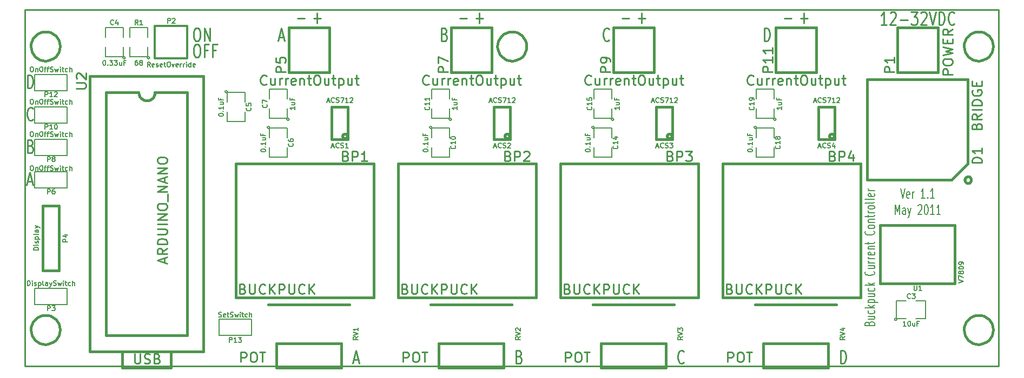
<source format=gto>
G04 (created by PCBNEW-RS274X (2010-03-14)-final) date Wed 25 May 2011 10:36:55 AM PDT*
G01*
G70*
G90*
%MOIN*%
G04 Gerber Fmt 3.4, Leading zero omitted, Abs format*
%FSLAX34Y34*%
G04 APERTURE LIST*
%ADD10C,0.006000*%
%ADD11C,0.010000*%
%ADD12C,0.009000*%
%ADD13C,0.006700*%
%ADD14C,0.015000*%
%ADD15C,0.005000*%
%ADD16C,0.012000*%
G04 APERTURE END LIST*
G54D10*
G54D11*
X71043Y-35424D02*
X71043Y-34624D01*
X71186Y-34624D01*
X71271Y-34662D01*
X71329Y-34738D01*
X71357Y-34814D01*
X71386Y-34967D01*
X71386Y-35081D01*
X71357Y-35233D01*
X71329Y-35310D01*
X71271Y-35386D01*
X71186Y-35424D01*
X71043Y-35424D01*
X61486Y-35348D02*
X61457Y-35386D01*
X61371Y-35424D01*
X61314Y-35424D01*
X61229Y-35386D01*
X61171Y-35310D01*
X61143Y-35233D01*
X61114Y-35081D01*
X61114Y-34967D01*
X61143Y-34814D01*
X61171Y-34738D01*
X61229Y-34662D01*
X61314Y-34624D01*
X61371Y-34624D01*
X61457Y-34662D01*
X61486Y-34700D01*
X51343Y-35005D02*
X51429Y-35043D01*
X51457Y-35081D01*
X51486Y-35157D01*
X51486Y-35271D01*
X51457Y-35348D01*
X51429Y-35386D01*
X51371Y-35424D01*
X51143Y-35424D01*
X51143Y-34624D01*
X51343Y-34624D01*
X51400Y-34662D01*
X51429Y-34700D01*
X51457Y-34776D01*
X51457Y-34852D01*
X51429Y-34929D01*
X51400Y-34967D01*
X51343Y-35005D01*
X51143Y-35005D01*
X41157Y-35195D02*
X41443Y-35195D01*
X41100Y-35424D02*
X41300Y-34624D01*
X41500Y-35424D01*
X75743Y-55324D02*
X75743Y-54524D01*
X75886Y-54524D01*
X75971Y-54562D01*
X76029Y-54638D01*
X76057Y-54714D01*
X76086Y-54867D01*
X76086Y-54981D01*
X76057Y-55133D01*
X76029Y-55210D01*
X75971Y-55286D01*
X75886Y-55324D01*
X75743Y-55324D01*
X66086Y-55248D02*
X66057Y-55286D01*
X65971Y-55324D01*
X65914Y-55324D01*
X65829Y-55286D01*
X65771Y-55210D01*
X65743Y-55133D01*
X65714Y-54981D01*
X65714Y-54867D01*
X65743Y-54714D01*
X65771Y-54638D01*
X65829Y-54562D01*
X65914Y-54524D01*
X65971Y-54524D01*
X66057Y-54562D01*
X66086Y-54600D01*
X55943Y-54905D02*
X56029Y-54943D01*
X56057Y-54981D01*
X56086Y-55057D01*
X56086Y-55171D01*
X56057Y-55248D01*
X56029Y-55286D01*
X55971Y-55324D01*
X55743Y-55324D01*
X55743Y-54524D01*
X55943Y-54524D01*
X56000Y-54562D01*
X56029Y-54600D01*
X56057Y-54676D01*
X56057Y-54752D01*
X56029Y-54829D01*
X56000Y-54867D01*
X55943Y-54905D01*
X55743Y-54905D01*
X45757Y-55095D02*
X46043Y-55095D01*
X45700Y-55324D02*
X45900Y-54524D01*
X46100Y-55324D01*
X25643Y-38324D02*
X25643Y-37524D01*
X25786Y-37524D01*
X25871Y-37562D01*
X25929Y-37638D01*
X25957Y-37714D01*
X25986Y-37867D01*
X25986Y-37981D01*
X25957Y-38133D01*
X25929Y-38210D01*
X25871Y-38286D01*
X25786Y-38324D01*
X25643Y-38324D01*
X25986Y-40248D02*
X25957Y-40286D01*
X25871Y-40324D01*
X25814Y-40324D01*
X25729Y-40286D01*
X25671Y-40210D01*
X25643Y-40133D01*
X25614Y-39981D01*
X25614Y-39867D01*
X25643Y-39714D01*
X25671Y-39638D01*
X25729Y-39562D01*
X25814Y-39524D01*
X25871Y-39524D01*
X25957Y-39562D01*
X25986Y-39600D01*
X25843Y-41905D02*
X25929Y-41943D01*
X25957Y-41981D01*
X25986Y-42057D01*
X25986Y-42171D01*
X25957Y-42248D01*
X25929Y-42286D01*
X25871Y-42324D01*
X25643Y-42324D01*
X25643Y-41524D01*
X25843Y-41524D01*
X25900Y-41562D01*
X25929Y-41600D01*
X25957Y-41676D01*
X25957Y-41752D01*
X25929Y-41829D01*
X25900Y-41867D01*
X25843Y-41905D01*
X25643Y-41905D01*
X25657Y-44095D02*
X25943Y-44095D01*
X25600Y-44324D02*
X25800Y-43524D01*
X26000Y-44324D01*
X78587Y-34424D02*
X78244Y-34424D01*
X78416Y-34424D02*
X78416Y-33624D01*
X78359Y-33738D01*
X78301Y-33814D01*
X78244Y-33852D01*
X78815Y-33700D02*
X78844Y-33662D01*
X78901Y-33624D01*
X79044Y-33624D01*
X79101Y-33662D01*
X79130Y-33700D01*
X79158Y-33776D01*
X79158Y-33852D01*
X79130Y-33967D01*
X78787Y-34424D01*
X79158Y-34424D01*
X79415Y-34119D02*
X79872Y-34119D01*
X80101Y-33624D02*
X80472Y-33624D01*
X80272Y-33929D01*
X80358Y-33929D01*
X80415Y-33967D01*
X80444Y-34005D01*
X80472Y-34081D01*
X80472Y-34271D01*
X80444Y-34348D01*
X80415Y-34386D01*
X80358Y-34424D01*
X80186Y-34424D01*
X80129Y-34386D01*
X80101Y-34348D01*
X80700Y-33700D02*
X80729Y-33662D01*
X80786Y-33624D01*
X80929Y-33624D01*
X80986Y-33662D01*
X81015Y-33700D01*
X81043Y-33776D01*
X81043Y-33852D01*
X81015Y-33967D01*
X80672Y-34424D01*
X81043Y-34424D01*
X81214Y-33624D02*
X81414Y-34424D01*
X81614Y-33624D01*
X81814Y-34424D02*
X81814Y-33624D01*
X81957Y-33624D01*
X82042Y-33662D01*
X82100Y-33738D01*
X82128Y-33814D01*
X82157Y-33967D01*
X82157Y-34081D01*
X82128Y-34233D01*
X82100Y-34310D01*
X82042Y-34386D01*
X81957Y-34424D01*
X81814Y-34424D01*
X82757Y-34348D02*
X82728Y-34386D01*
X82642Y-34424D01*
X82585Y-34424D01*
X82500Y-34386D01*
X82442Y-34310D01*
X82414Y-34233D01*
X82385Y-34081D01*
X82385Y-33967D01*
X82414Y-33814D01*
X82442Y-33738D01*
X82500Y-33662D01*
X82585Y-33624D01*
X82642Y-33624D01*
X82728Y-33662D01*
X82757Y-33700D01*
X72272Y-34019D02*
X72729Y-34019D01*
X62272Y-34019D02*
X62729Y-34019D01*
X52272Y-34019D02*
X52729Y-34019D01*
X73272Y-34019D02*
X73729Y-34019D01*
X73500Y-34324D02*
X73500Y-33714D01*
X63272Y-34019D02*
X63729Y-34019D01*
X63500Y-34324D02*
X63500Y-33714D01*
X53272Y-34019D02*
X53729Y-34019D01*
X53500Y-34324D02*
X53500Y-33714D01*
X42272Y-34019D02*
X42729Y-34019D01*
X43272Y-34019D02*
X43729Y-34019D01*
X43500Y-34324D02*
X43500Y-33714D01*
X36028Y-34624D02*
X36142Y-34624D01*
X36200Y-34662D01*
X36257Y-34738D01*
X36285Y-34890D01*
X36285Y-35157D01*
X36257Y-35310D01*
X36200Y-35386D01*
X36142Y-35424D01*
X36028Y-35424D01*
X35971Y-35386D01*
X35914Y-35310D01*
X35885Y-35157D01*
X35885Y-34890D01*
X35914Y-34738D01*
X35971Y-34662D01*
X36028Y-34624D01*
X36543Y-35424D02*
X36543Y-34624D01*
X36886Y-35424D01*
X36886Y-34624D01*
X36029Y-35624D02*
X36143Y-35624D01*
X36201Y-35662D01*
X36258Y-35738D01*
X36286Y-35890D01*
X36286Y-36157D01*
X36258Y-36310D01*
X36201Y-36386D01*
X36143Y-36424D01*
X36029Y-36424D01*
X35972Y-36386D01*
X35915Y-36310D01*
X35886Y-36157D01*
X35886Y-35890D01*
X35915Y-35738D01*
X35972Y-35662D01*
X36029Y-35624D01*
X36744Y-36005D02*
X36544Y-36005D01*
X36544Y-36424D02*
X36544Y-35624D01*
X36830Y-35624D01*
X37258Y-36005D02*
X37058Y-36005D01*
X37058Y-36424D02*
X37058Y-35624D01*
X37344Y-35624D01*
G54D12*
X25500Y-33500D02*
X25500Y-55500D01*
X85500Y-33500D02*
X25500Y-33500D01*
X85500Y-55500D02*
X85500Y-33500D01*
X25500Y-55500D02*
X85500Y-55500D01*
G54D13*
X79119Y-46143D02*
X79119Y-45543D01*
X79253Y-45971D01*
X79386Y-45543D01*
X79386Y-46143D01*
X79748Y-46143D02*
X79748Y-45829D01*
X79729Y-45771D01*
X79691Y-45743D01*
X79614Y-45743D01*
X79576Y-45771D01*
X79748Y-46114D02*
X79710Y-46143D01*
X79614Y-46143D01*
X79576Y-46114D01*
X79557Y-46057D01*
X79557Y-46000D01*
X79576Y-45943D01*
X79614Y-45914D01*
X79710Y-45914D01*
X79748Y-45886D01*
X79900Y-45743D02*
X79995Y-46143D01*
X80091Y-45743D02*
X79995Y-46143D01*
X79957Y-46286D01*
X79938Y-46314D01*
X79900Y-46343D01*
X80529Y-45600D02*
X80548Y-45571D01*
X80586Y-45543D01*
X80682Y-45543D01*
X80720Y-45571D01*
X80739Y-45600D01*
X80758Y-45657D01*
X80758Y-45714D01*
X80739Y-45800D01*
X80510Y-46143D01*
X80758Y-46143D01*
X81005Y-45543D02*
X81044Y-45543D01*
X81082Y-45571D01*
X81101Y-45600D01*
X81120Y-45657D01*
X81139Y-45771D01*
X81139Y-45914D01*
X81120Y-46029D01*
X81101Y-46086D01*
X81082Y-46114D01*
X81044Y-46143D01*
X81005Y-46143D01*
X80967Y-46114D01*
X80948Y-46086D01*
X80929Y-46029D01*
X80910Y-45914D01*
X80910Y-45771D01*
X80929Y-45657D01*
X80948Y-45600D01*
X80967Y-45571D01*
X81005Y-45543D01*
X81520Y-46143D02*
X81291Y-46143D01*
X81405Y-46143D02*
X81405Y-45543D01*
X81367Y-45629D01*
X81329Y-45686D01*
X81291Y-45714D01*
X81901Y-46143D02*
X81672Y-46143D01*
X81786Y-46143D02*
X81786Y-45543D01*
X81748Y-45629D01*
X81710Y-45686D01*
X81672Y-45714D01*
X79443Y-44543D02*
X79576Y-45143D01*
X79710Y-44543D01*
X79996Y-45114D02*
X79958Y-45143D01*
X79881Y-45143D01*
X79843Y-45114D01*
X79824Y-45057D01*
X79824Y-44829D01*
X79843Y-44771D01*
X79881Y-44743D01*
X79958Y-44743D01*
X79996Y-44771D01*
X80015Y-44829D01*
X80015Y-44886D01*
X79824Y-44943D01*
X80186Y-45143D02*
X80186Y-44743D01*
X80186Y-44857D02*
X80205Y-44800D01*
X80224Y-44771D01*
X80262Y-44743D01*
X80301Y-44743D01*
X80949Y-45143D02*
X80720Y-45143D01*
X80834Y-45143D02*
X80834Y-44543D01*
X80796Y-44629D01*
X80758Y-44686D01*
X80720Y-44714D01*
X81120Y-45086D02*
X81139Y-45114D01*
X81120Y-45143D01*
X81101Y-45114D01*
X81120Y-45086D01*
X81120Y-45143D01*
X81520Y-45143D02*
X81291Y-45143D01*
X81405Y-45143D02*
X81405Y-44543D01*
X81367Y-44629D01*
X81329Y-44686D01*
X81291Y-44714D01*
X77529Y-52869D02*
X77557Y-52812D01*
X77586Y-52793D01*
X77643Y-52774D01*
X77729Y-52774D01*
X77786Y-52793D01*
X77814Y-52812D01*
X77843Y-52850D01*
X77843Y-53003D01*
X77243Y-53003D01*
X77243Y-52869D01*
X77271Y-52831D01*
X77300Y-52812D01*
X77357Y-52793D01*
X77414Y-52793D01*
X77471Y-52812D01*
X77500Y-52831D01*
X77529Y-52869D01*
X77529Y-53003D01*
X77443Y-52431D02*
X77843Y-52431D01*
X77443Y-52603D02*
X77757Y-52603D01*
X77814Y-52584D01*
X77843Y-52546D01*
X77843Y-52488D01*
X77814Y-52450D01*
X77786Y-52431D01*
X77814Y-52069D02*
X77843Y-52107D01*
X77843Y-52184D01*
X77814Y-52222D01*
X77786Y-52241D01*
X77729Y-52260D01*
X77557Y-52260D01*
X77500Y-52241D01*
X77471Y-52222D01*
X77443Y-52184D01*
X77443Y-52107D01*
X77471Y-52069D01*
X77843Y-51898D02*
X77243Y-51898D01*
X77614Y-51860D02*
X77843Y-51745D01*
X77443Y-51745D02*
X77671Y-51898D01*
X77443Y-51574D02*
X78043Y-51574D01*
X77471Y-51574D02*
X77443Y-51536D01*
X77443Y-51459D01*
X77471Y-51421D01*
X77500Y-51402D01*
X77557Y-51383D01*
X77729Y-51383D01*
X77786Y-51402D01*
X77814Y-51421D01*
X77843Y-51459D01*
X77843Y-51536D01*
X77814Y-51574D01*
X77443Y-51040D02*
X77843Y-51040D01*
X77443Y-51212D02*
X77757Y-51212D01*
X77814Y-51193D01*
X77843Y-51155D01*
X77843Y-51097D01*
X77814Y-51059D01*
X77786Y-51040D01*
X77814Y-50678D02*
X77843Y-50716D01*
X77843Y-50793D01*
X77814Y-50831D01*
X77786Y-50850D01*
X77729Y-50869D01*
X77557Y-50869D01*
X77500Y-50850D01*
X77471Y-50831D01*
X77443Y-50793D01*
X77443Y-50716D01*
X77471Y-50678D01*
X77843Y-50507D02*
X77243Y-50507D01*
X77614Y-50469D02*
X77843Y-50354D01*
X77443Y-50354D02*
X77671Y-50507D01*
X77786Y-49649D02*
X77814Y-49668D01*
X77843Y-49725D01*
X77843Y-49763D01*
X77814Y-49821D01*
X77757Y-49859D01*
X77700Y-49878D01*
X77586Y-49897D01*
X77500Y-49897D01*
X77386Y-49878D01*
X77329Y-49859D01*
X77271Y-49821D01*
X77243Y-49763D01*
X77243Y-49725D01*
X77271Y-49668D01*
X77300Y-49649D01*
X77443Y-49306D02*
X77843Y-49306D01*
X77443Y-49478D02*
X77757Y-49478D01*
X77814Y-49459D01*
X77843Y-49421D01*
X77843Y-49363D01*
X77814Y-49325D01*
X77786Y-49306D01*
X77843Y-49116D02*
X77443Y-49116D01*
X77557Y-49116D02*
X77500Y-49097D01*
X77471Y-49078D01*
X77443Y-49040D01*
X77443Y-49001D01*
X77843Y-48868D02*
X77443Y-48868D01*
X77557Y-48868D02*
X77500Y-48849D01*
X77471Y-48830D01*
X77443Y-48792D01*
X77443Y-48753D01*
X77814Y-48467D02*
X77843Y-48505D01*
X77843Y-48582D01*
X77814Y-48620D01*
X77757Y-48639D01*
X77529Y-48639D01*
X77471Y-48620D01*
X77443Y-48582D01*
X77443Y-48505D01*
X77471Y-48467D01*
X77529Y-48448D01*
X77586Y-48448D01*
X77643Y-48639D01*
X77443Y-48277D02*
X77843Y-48277D01*
X77500Y-48277D02*
X77471Y-48258D01*
X77443Y-48220D01*
X77443Y-48162D01*
X77471Y-48124D01*
X77529Y-48105D01*
X77843Y-48105D01*
X77443Y-47972D02*
X77443Y-47820D01*
X77243Y-47915D02*
X77757Y-47915D01*
X77814Y-47896D01*
X77843Y-47858D01*
X77843Y-47820D01*
X77786Y-47152D02*
X77814Y-47171D01*
X77843Y-47228D01*
X77843Y-47266D01*
X77814Y-47324D01*
X77757Y-47362D01*
X77700Y-47381D01*
X77586Y-47400D01*
X77500Y-47400D01*
X77386Y-47381D01*
X77329Y-47362D01*
X77271Y-47324D01*
X77243Y-47266D01*
X77243Y-47228D01*
X77271Y-47171D01*
X77300Y-47152D01*
X77843Y-46924D02*
X77814Y-46962D01*
X77786Y-46981D01*
X77729Y-47000D01*
X77557Y-47000D01*
X77500Y-46981D01*
X77471Y-46962D01*
X77443Y-46924D01*
X77443Y-46866D01*
X77471Y-46828D01*
X77500Y-46809D01*
X77557Y-46790D01*
X77729Y-46790D01*
X77786Y-46809D01*
X77814Y-46828D01*
X77843Y-46866D01*
X77843Y-46924D01*
X77443Y-46619D02*
X77843Y-46619D01*
X77500Y-46619D02*
X77471Y-46600D01*
X77443Y-46562D01*
X77443Y-46504D01*
X77471Y-46466D01*
X77529Y-46447D01*
X77843Y-46447D01*
X77443Y-46314D02*
X77443Y-46162D01*
X77243Y-46257D02*
X77757Y-46257D01*
X77814Y-46238D01*
X77843Y-46200D01*
X77843Y-46162D01*
X77843Y-46028D02*
X77443Y-46028D01*
X77557Y-46028D02*
X77500Y-46009D01*
X77471Y-45990D01*
X77443Y-45952D01*
X77443Y-45913D01*
X77843Y-45723D02*
X77814Y-45761D01*
X77786Y-45780D01*
X77729Y-45799D01*
X77557Y-45799D01*
X77500Y-45780D01*
X77471Y-45761D01*
X77443Y-45723D01*
X77443Y-45665D01*
X77471Y-45627D01*
X77500Y-45608D01*
X77557Y-45589D01*
X77729Y-45589D01*
X77786Y-45608D01*
X77814Y-45627D01*
X77843Y-45665D01*
X77843Y-45723D01*
X77843Y-45361D02*
X77814Y-45399D01*
X77757Y-45418D01*
X77243Y-45418D01*
X77843Y-45151D02*
X77814Y-45189D01*
X77757Y-45208D01*
X77243Y-45208D01*
X77814Y-44845D02*
X77843Y-44883D01*
X77843Y-44960D01*
X77814Y-44998D01*
X77757Y-45017D01*
X77529Y-45017D01*
X77471Y-44998D01*
X77443Y-44960D01*
X77443Y-44883D01*
X77471Y-44845D01*
X77529Y-44826D01*
X77586Y-44826D01*
X77643Y-45017D01*
X77843Y-44655D02*
X77443Y-44655D01*
X77557Y-44655D02*
X77500Y-44636D01*
X77471Y-44617D01*
X77443Y-44579D01*
X77443Y-44540D01*
G54D14*
X45500Y-51700D02*
X40500Y-51700D01*
X45000Y-55600D02*
X41000Y-55600D01*
X41000Y-55600D02*
X41000Y-54100D01*
X41000Y-54100D02*
X45000Y-54100D01*
X45000Y-54100D02*
X45000Y-55600D01*
X75500Y-51700D02*
X70500Y-51700D01*
X75000Y-55600D02*
X71000Y-55600D01*
X71000Y-55600D02*
X71000Y-54100D01*
X71000Y-54100D02*
X75000Y-54100D01*
X75000Y-54100D02*
X75000Y-55600D01*
X65500Y-51700D02*
X60500Y-51700D01*
X65000Y-55600D02*
X61000Y-55600D01*
X61000Y-55600D02*
X61000Y-54100D01*
X61000Y-54100D02*
X65000Y-54100D01*
X65000Y-54100D02*
X65000Y-55600D01*
X55500Y-51700D02*
X50500Y-51700D01*
X55000Y-55600D02*
X51000Y-55600D01*
X51000Y-55600D02*
X51000Y-54100D01*
X51000Y-54100D02*
X55000Y-54100D01*
X55000Y-54100D02*
X55000Y-55600D01*
X31500Y-54600D02*
X31500Y-55600D01*
X31500Y-55600D02*
X34500Y-55600D01*
X34500Y-55600D02*
X34500Y-54600D01*
X29500Y-37600D02*
X36500Y-37600D01*
X36500Y-37600D02*
X36500Y-54600D01*
X36500Y-54600D02*
X29500Y-54600D01*
X29500Y-54600D02*
X29500Y-37600D01*
X32500Y-38600D02*
X32502Y-38643D01*
X32508Y-38686D01*
X32518Y-38729D01*
X32531Y-38771D01*
X32547Y-38811D01*
X32567Y-38849D01*
X32591Y-38886D01*
X32617Y-38921D01*
X32647Y-38953D01*
X32679Y-38983D01*
X32714Y-39009D01*
X32751Y-39033D01*
X32789Y-39053D01*
X32829Y-39069D01*
X32871Y-39082D01*
X32914Y-39092D01*
X32957Y-39098D01*
X33000Y-39100D01*
X33000Y-39100D02*
X33043Y-39098D01*
X33086Y-39092D01*
X33129Y-39082D01*
X33171Y-39069D01*
X33211Y-39053D01*
X33250Y-39033D01*
X33286Y-39009D01*
X33321Y-38983D01*
X33353Y-38953D01*
X33383Y-38921D01*
X33409Y-38886D01*
X33433Y-38849D01*
X33453Y-38811D01*
X33469Y-38771D01*
X33482Y-38729D01*
X33492Y-38686D01*
X33498Y-38643D01*
X33500Y-38600D01*
X35500Y-38600D02*
X33500Y-38600D01*
X30500Y-38600D02*
X32500Y-38600D01*
X30500Y-38600D02*
X30500Y-53600D01*
X30500Y-53600D02*
X35500Y-53600D01*
X35500Y-53600D02*
X35500Y-38600D01*
X82800Y-50400D02*
X82800Y-46800D01*
X82800Y-46800D02*
X78200Y-46800D01*
X78200Y-46800D02*
X78200Y-50400D01*
X78200Y-50400D02*
X82800Y-50400D01*
G54D15*
X79220Y-52600D02*
X79218Y-52613D01*
X79214Y-52626D01*
X79208Y-52638D01*
X79199Y-52649D01*
X79189Y-52658D01*
X79177Y-52664D01*
X79164Y-52668D01*
X79150Y-52669D01*
X79137Y-52668D01*
X79124Y-52664D01*
X79112Y-52658D01*
X79102Y-52650D01*
X79093Y-52639D01*
X79086Y-52627D01*
X79082Y-52614D01*
X79081Y-52600D01*
X79082Y-52588D01*
X79085Y-52575D01*
X79092Y-52563D01*
X79100Y-52552D01*
X79111Y-52543D01*
X79122Y-52536D01*
X79135Y-52532D01*
X79149Y-52531D01*
X79162Y-52532D01*
X79175Y-52535D01*
X79187Y-52541D01*
X79198Y-52550D01*
X79207Y-52560D01*
X79213Y-52572D01*
X79218Y-52585D01*
X79219Y-52599D01*
X79220Y-52600D01*
X79800Y-51450D02*
X79200Y-51450D01*
X79200Y-51450D02*
X79200Y-52550D01*
X79200Y-52550D02*
X79800Y-52550D01*
X80400Y-52550D02*
X81000Y-52550D01*
X81000Y-52550D02*
X81000Y-51450D01*
X81000Y-51450D02*
X80400Y-51450D01*
X31670Y-36450D02*
X31668Y-36463D01*
X31664Y-36476D01*
X31658Y-36488D01*
X31649Y-36499D01*
X31639Y-36508D01*
X31627Y-36514D01*
X31614Y-36518D01*
X31600Y-36519D01*
X31587Y-36518D01*
X31574Y-36514D01*
X31562Y-36508D01*
X31552Y-36500D01*
X31543Y-36489D01*
X31536Y-36477D01*
X31532Y-36464D01*
X31531Y-36450D01*
X31532Y-36438D01*
X31535Y-36425D01*
X31542Y-36413D01*
X31550Y-36402D01*
X31561Y-36393D01*
X31572Y-36386D01*
X31585Y-36382D01*
X31599Y-36381D01*
X31612Y-36382D01*
X31625Y-36385D01*
X31637Y-36391D01*
X31648Y-36400D01*
X31657Y-36410D01*
X31663Y-36422D01*
X31668Y-36435D01*
X31669Y-36449D01*
X31670Y-36450D01*
X30450Y-35800D02*
X30450Y-36400D01*
X30450Y-36400D02*
X31550Y-36400D01*
X31550Y-36400D02*
X31550Y-35800D01*
X31550Y-35200D02*
X31550Y-34600D01*
X31550Y-34600D02*
X30450Y-34600D01*
X30450Y-34600D02*
X30450Y-35200D01*
X37970Y-38550D02*
X37968Y-38563D01*
X37964Y-38576D01*
X37958Y-38588D01*
X37949Y-38599D01*
X37939Y-38608D01*
X37927Y-38614D01*
X37914Y-38618D01*
X37900Y-38619D01*
X37887Y-38618D01*
X37874Y-38614D01*
X37862Y-38608D01*
X37852Y-38600D01*
X37843Y-38589D01*
X37836Y-38577D01*
X37832Y-38564D01*
X37831Y-38550D01*
X37832Y-38538D01*
X37835Y-38525D01*
X37842Y-38513D01*
X37850Y-38502D01*
X37861Y-38493D01*
X37872Y-38486D01*
X37885Y-38482D01*
X37899Y-38481D01*
X37912Y-38482D01*
X37925Y-38485D01*
X37937Y-38491D01*
X37948Y-38500D01*
X37957Y-38510D01*
X37963Y-38522D01*
X37968Y-38535D01*
X37969Y-38549D01*
X37970Y-38550D01*
X39050Y-39200D02*
X39050Y-38600D01*
X39050Y-38600D02*
X37950Y-38600D01*
X37950Y-38600D02*
X37950Y-39200D01*
X37950Y-39800D02*
X37950Y-40400D01*
X37950Y-40400D02*
X39050Y-40400D01*
X39050Y-40400D02*
X39050Y-39800D01*
X40570Y-40750D02*
X40568Y-40763D01*
X40564Y-40776D01*
X40558Y-40788D01*
X40549Y-40799D01*
X40539Y-40808D01*
X40527Y-40814D01*
X40514Y-40818D01*
X40500Y-40819D01*
X40487Y-40818D01*
X40474Y-40814D01*
X40462Y-40808D01*
X40452Y-40800D01*
X40443Y-40789D01*
X40436Y-40777D01*
X40432Y-40764D01*
X40431Y-40750D01*
X40432Y-40738D01*
X40435Y-40725D01*
X40442Y-40713D01*
X40450Y-40702D01*
X40461Y-40693D01*
X40472Y-40686D01*
X40485Y-40682D01*
X40499Y-40681D01*
X40512Y-40682D01*
X40525Y-40685D01*
X40537Y-40691D01*
X40548Y-40700D01*
X40557Y-40710D01*
X40563Y-40722D01*
X40568Y-40735D01*
X40569Y-40749D01*
X40570Y-40750D01*
X41650Y-41400D02*
X41650Y-40800D01*
X41650Y-40800D02*
X40550Y-40800D01*
X40550Y-40800D02*
X40550Y-41400D01*
X40550Y-42000D02*
X40550Y-42600D01*
X40550Y-42600D02*
X41650Y-42600D01*
X41650Y-42600D02*
X41650Y-42000D01*
X41770Y-40250D02*
X41768Y-40263D01*
X41764Y-40276D01*
X41758Y-40288D01*
X41749Y-40299D01*
X41739Y-40308D01*
X41727Y-40314D01*
X41714Y-40318D01*
X41700Y-40319D01*
X41687Y-40318D01*
X41674Y-40314D01*
X41662Y-40308D01*
X41652Y-40300D01*
X41643Y-40289D01*
X41636Y-40277D01*
X41632Y-40264D01*
X41631Y-40250D01*
X41632Y-40238D01*
X41635Y-40225D01*
X41642Y-40213D01*
X41650Y-40202D01*
X41661Y-40193D01*
X41672Y-40186D01*
X41685Y-40182D01*
X41699Y-40181D01*
X41712Y-40182D01*
X41725Y-40185D01*
X41737Y-40191D01*
X41748Y-40200D01*
X41757Y-40210D01*
X41763Y-40222D01*
X41768Y-40235D01*
X41769Y-40249D01*
X41770Y-40250D01*
X40550Y-39600D02*
X40550Y-40200D01*
X40550Y-40200D02*
X41650Y-40200D01*
X41650Y-40200D02*
X41650Y-39600D01*
X41650Y-39000D02*
X41650Y-38400D01*
X41650Y-38400D02*
X40550Y-38400D01*
X40550Y-38400D02*
X40550Y-39000D01*
X50570Y-40750D02*
X50568Y-40763D01*
X50564Y-40776D01*
X50558Y-40788D01*
X50549Y-40799D01*
X50539Y-40808D01*
X50527Y-40814D01*
X50514Y-40818D01*
X50500Y-40819D01*
X50487Y-40818D01*
X50474Y-40814D01*
X50462Y-40808D01*
X50452Y-40800D01*
X50443Y-40789D01*
X50436Y-40777D01*
X50432Y-40764D01*
X50431Y-40750D01*
X50432Y-40738D01*
X50435Y-40725D01*
X50442Y-40713D01*
X50450Y-40702D01*
X50461Y-40693D01*
X50472Y-40686D01*
X50485Y-40682D01*
X50499Y-40681D01*
X50512Y-40682D01*
X50525Y-40685D01*
X50537Y-40691D01*
X50548Y-40700D01*
X50557Y-40710D01*
X50563Y-40722D01*
X50568Y-40735D01*
X50569Y-40749D01*
X50570Y-40750D01*
X51650Y-41400D02*
X51650Y-40800D01*
X51650Y-40800D02*
X50550Y-40800D01*
X50550Y-40800D02*
X50550Y-41400D01*
X50550Y-42000D02*
X50550Y-42600D01*
X50550Y-42600D02*
X51650Y-42600D01*
X51650Y-42600D02*
X51650Y-42000D01*
X51770Y-40250D02*
X51768Y-40263D01*
X51764Y-40276D01*
X51758Y-40288D01*
X51749Y-40299D01*
X51739Y-40308D01*
X51727Y-40314D01*
X51714Y-40318D01*
X51700Y-40319D01*
X51687Y-40318D01*
X51674Y-40314D01*
X51662Y-40308D01*
X51652Y-40300D01*
X51643Y-40289D01*
X51636Y-40277D01*
X51632Y-40264D01*
X51631Y-40250D01*
X51632Y-40238D01*
X51635Y-40225D01*
X51642Y-40213D01*
X51650Y-40202D01*
X51661Y-40193D01*
X51672Y-40186D01*
X51685Y-40182D01*
X51699Y-40181D01*
X51712Y-40182D01*
X51725Y-40185D01*
X51737Y-40191D01*
X51748Y-40200D01*
X51757Y-40210D01*
X51763Y-40222D01*
X51768Y-40235D01*
X51769Y-40249D01*
X51770Y-40250D01*
X50550Y-39600D02*
X50550Y-40200D01*
X50550Y-40200D02*
X51650Y-40200D01*
X51650Y-40200D02*
X51650Y-39600D01*
X51650Y-39000D02*
X51650Y-38400D01*
X51650Y-38400D02*
X50550Y-38400D01*
X50550Y-38400D02*
X50550Y-39000D01*
X60570Y-40750D02*
X60568Y-40763D01*
X60564Y-40776D01*
X60558Y-40788D01*
X60549Y-40799D01*
X60539Y-40808D01*
X60527Y-40814D01*
X60514Y-40818D01*
X60500Y-40819D01*
X60487Y-40818D01*
X60474Y-40814D01*
X60462Y-40808D01*
X60452Y-40800D01*
X60443Y-40789D01*
X60436Y-40777D01*
X60432Y-40764D01*
X60431Y-40750D01*
X60432Y-40738D01*
X60435Y-40725D01*
X60442Y-40713D01*
X60450Y-40702D01*
X60461Y-40693D01*
X60472Y-40686D01*
X60485Y-40682D01*
X60499Y-40681D01*
X60512Y-40682D01*
X60525Y-40685D01*
X60537Y-40691D01*
X60548Y-40700D01*
X60557Y-40710D01*
X60563Y-40722D01*
X60568Y-40735D01*
X60569Y-40749D01*
X60570Y-40750D01*
X61650Y-41400D02*
X61650Y-40800D01*
X61650Y-40800D02*
X60550Y-40800D01*
X60550Y-40800D02*
X60550Y-41400D01*
X60550Y-42000D02*
X60550Y-42600D01*
X60550Y-42600D02*
X61650Y-42600D01*
X61650Y-42600D02*
X61650Y-42000D01*
X61770Y-40250D02*
X61768Y-40263D01*
X61764Y-40276D01*
X61758Y-40288D01*
X61749Y-40299D01*
X61739Y-40308D01*
X61727Y-40314D01*
X61714Y-40318D01*
X61700Y-40319D01*
X61687Y-40318D01*
X61674Y-40314D01*
X61662Y-40308D01*
X61652Y-40300D01*
X61643Y-40289D01*
X61636Y-40277D01*
X61632Y-40264D01*
X61631Y-40250D01*
X61632Y-40238D01*
X61635Y-40225D01*
X61642Y-40213D01*
X61650Y-40202D01*
X61661Y-40193D01*
X61672Y-40186D01*
X61685Y-40182D01*
X61699Y-40181D01*
X61712Y-40182D01*
X61725Y-40185D01*
X61737Y-40191D01*
X61748Y-40200D01*
X61757Y-40210D01*
X61763Y-40222D01*
X61768Y-40235D01*
X61769Y-40249D01*
X61770Y-40250D01*
X60550Y-39600D02*
X60550Y-40200D01*
X60550Y-40200D02*
X61650Y-40200D01*
X61650Y-40200D02*
X61650Y-39600D01*
X61650Y-39000D02*
X61650Y-38400D01*
X61650Y-38400D02*
X60550Y-38400D01*
X60550Y-38400D02*
X60550Y-39000D01*
X70570Y-40750D02*
X70568Y-40763D01*
X70564Y-40776D01*
X70558Y-40788D01*
X70549Y-40799D01*
X70539Y-40808D01*
X70527Y-40814D01*
X70514Y-40818D01*
X70500Y-40819D01*
X70487Y-40818D01*
X70474Y-40814D01*
X70462Y-40808D01*
X70452Y-40800D01*
X70443Y-40789D01*
X70436Y-40777D01*
X70432Y-40764D01*
X70431Y-40750D01*
X70432Y-40738D01*
X70435Y-40725D01*
X70442Y-40713D01*
X70450Y-40702D01*
X70461Y-40693D01*
X70472Y-40686D01*
X70485Y-40682D01*
X70499Y-40681D01*
X70512Y-40682D01*
X70525Y-40685D01*
X70537Y-40691D01*
X70548Y-40700D01*
X70557Y-40710D01*
X70563Y-40722D01*
X70568Y-40735D01*
X70569Y-40749D01*
X70570Y-40750D01*
X71650Y-41400D02*
X71650Y-40800D01*
X71650Y-40800D02*
X70550Y-40800D01*
X70550Y-40800D02*
X70550Y-41400D01*
X70550Y-42000D02*
X70550Y-42600D01*
X70550Y-42600D02*
X71650Y-42600D01*
X71650Y-42600D02*
X71650Y-42000D01*
X71770Y-40250D02*
X71768Y-40263D01*
X71764Y-40276D01*
X71758Y-40288D01*
X71749Y-40299D01*
X71739Y-40308D01*
X71727Y-40314D01*
X71714Y-40318D01*
X71700Y-40319D01*
X71687Y-40318D01*
X71674Y-40314D01*
X71662Y-40308D01*
X71652Y-40300D01*
X71643Y-40289D01*
X71636Y-40277D01*
X71632Y-40264D01*
X71631Y-40250D01*
X71632Y-40238D01*
X71635Y-40225D01*
X71642Y-40213D01*
X71650Y-40202D01*
X71661Y-40193D01*
X71672Y-40186D01*
X71685Y-40182D01*
X71699Y-40181D01*
X71712Y-40182D01*
X71725Y-40185D01*
X71737Y-40191D01*
X71748Y-40200D01*
X71757Y-40210D01*
X71763Y-40222D01*
X71768Y-40235D01*
X71769Y-40249D01*
X71770Y-40250D01*
X70550Y-39600D02*
X70550Y-40200D01*
X70550Y-40200D02*
X71650Y-40200D01*
X71650Y-40200D02*
X71650Y-39600D01*
X71650Y-39000D02*
X71650Y-38400D01*
X71650Y-38400D02*
X70550Y-38400D01*
X70550Y-38400D02*
X70550Y-39000D01*
G54D14*
X44250Y-37350D02*
X44250Y-34600D01*
X44250Y-37350D02*
X41750Y-37350D01*
X41750Y-37350D02*
X41750Y-34600D01*
X44250Y-34600D02*
X41750Y-34600D01*
X54250Y-37350D02*
X54250Y-34600D01*
X54250Y-37350D02*
X51750Y-37350D01*
X51750Y-37350D02*
X51750Y-34600D01*
X54250Y-34600D02*
X51750Y-34600D01*
X64250Y-37350D02*
X64250Y-34600D01*
X64250Y-37350D02*
X61750Y-37350D01*
X61750Y-37350D02*
X61750Y-34600D01*
X64250Y-34600D02*
X61750Y-34600D01*
X74250Y-37350D02*
X74250Y-34600D01*
X74250Y-37350D02*
X71750Y-37350D01*
X71750Y-37350D02*
X71750Y-34600D01*
X74250Y-34600D02*
X71750Y-34600D01*
X27600Y-45600D02*
X26600Y-45600D01*
X26600Y-45600D02*
X26600Y-49600D01*
X26600Y-49600D02*
X27600Y-49600D01*
X27600Y-49600D02*
X27600Y-45600D01*
G54D16*
X33500Y-36500D02*
X33500Y-34500D01*
X33500Y-34500D02*
X35500Y-34500D01*
X35500Y-34500D02*
X35500Y-36500D01*
X35500Y-36500D02*
X33500Y-36500D01*
G54D10*
X28100Y-50700D02*
X28100Y-51700D01*
X28100Y-51700D02*
X26100Y-51700D01*
X26100Y-51700D02*
X26100Y-50700D01*
X26100Y-50700D02*
X28100Y-50700D01*
X28100Y-43500D02*
X28100Y-44500D01*
X28100Y-44500D02*
X26100Y-44500D01*
X26100Y-44500D02*
X26100Y-43500D01*
X26100Y-43500D02*
X28100Y-43500D01*
X28100Y-41500D02*
X28100Y-42500D01*
X28100Y-42500D02*
X26100Y-42500D01*
X26100Y-42500D02*
X26100Y-41500D01*
X26100Y-41500D02*
X28100Y-41500D01*
X28100Y-39500D02*
X28100Y-40500D01*
X28100Y-40500D02*
X26100Y-40500D01*
X26100Y-40500D02*
X26100Y-39500D01*
X26100Y-39500D02*
X28100Y-39500D01*
X28100Y-37500D02*
X28100Y-38500D01*
X28100Y-38500D02*
X26100Y-38500D01*
X26100Y-38500D02*
X26100Y-37500D01*
X26100Y-37500D02*
X28100Y-37500D01*
G54D14*
X45341Y-41300D02*
X45338Y-41327D01*
X45330Y-41353D01*
X45317Y-41378D01*
X45300Y-41399D01*
X45278Y-41416D01*
X45254Y-41429D01*
X45228Y-41438D01*
X45200Y-41440D01*
X45174Y-41438D01*
X45148Y-41430D01*
X45123Y-41417D01*
X45102Y-41400D01*
X45084Y-41379D01*
X45071Y-41355D01*
X45063Y-41329D01*
X45060Y-41301D01*
X45062Y-41275D01*
X45069Y-41249D01*
X45082Y-41224D01*
X45099Y-41203D01*
X45120Y-41185D01*
X45144Y-41171D01*
X45170Y-41163D01*
X45198Y-41160D01*
X45224Y-41162D01*
X45250Y-41169D01*
X45275Y-41181D01*
X45297Y-41198D01*
X45315Y-41219D01*
X45328Y-41243D01*
X45337Y-41269D01*
X45340Y-41297D01*
X45341Y-41300D01*
X45400Y-41500D02*
X45400Y-39500D01*
X45400Y-39500D02*
X44400Y-39500D01*
X44400Y-39500D02*
X44400Y-41500D01*
X44400Y-41500D02*
X45400Y-41500D01*
X55341Y-41300D02*
X55338Y-41327D01*
X55330Y-41353D01*
X55317Y-41378D01*
X55300Y-41399D01*
X55278Y-41416D01*
X55254Y-41429D01*
X55228Y-41438D01*
X55200Y-41440D01*
X55174Y-41438D01*
X55148Y-41430D01*
X55123Y-41417D01*
X55102Y-41400D01*
X55084Y-41379D01*
X55071Y-41355D01*
X55063Y-41329D01*
X55060Y-41301D01*
X55062Y-41275D01*
X55069Y-41249D01*
X55082Y-41224D01*
X55099Y-41203D01*
X55120Y-41185D01*
X55144Y-41171D01*
X55170Y-41163D01*
X55198Y-41160D01*
X55224Y-41162D01*
X55250Y-41169D01*
X55275Y-41181D01*
X55297Y-41198D01*
X55315Y-41219D01*
X55328Y-41243D01*
X55337Y-41269D01*
X55340Y-41297D01*
X55341Y-41300D01*
X55400Y-41500D02*
X55400Y-39500D01*
X55400Y-39500D02*
X54400Y-39500D01*
X54400Y-39500D02*
X54400Y-41500D01*
X54400Y-41500D02*
X55400Y-41500D01*
X65341Y-41300D02*
X65338Y-41327D01*
X65330Y-41353D01*
X65317Y-41378D01*
X65300Y-41399D01*
X65278Y-41416D01*
X65254Y-41429D01*
X65228Y-41438D01*
X65200Y-41440D01*
X65174Y-41438D01*
X65148Y-41430D01*
X65123Y-41417D01*
X65102Y-41400D01*
X65084Y-41379D01*
X65071Y-41355D01*
X65063Y-41329D01*
X65060Y-41301D01*
X65062Y-41275D01*
X65069Y-41249D01*
X65082Y-41224D01*
X65099Y-41203D01*
X65120Y-41185D01*
X65144Y-41171D01*
X65170Y-41163D01*
X65198Y-41160D01*
X65224Y-41162D01*
X65250Y-41169D01*
X65275Y-41181D01*
X65297Y-41198D01*
X65315Y-41219D01*
X65328Y-41243D01*
X65337Y-41269D01*
X65340Y-41297D01*
X65341Y-41300D01*
X65400Y-41500D02*
X65400Y-39500D01*
X65400Y-39500D02*
X64400Y-39500D01*
X64400Y-39500D02*
X64400Y-41500D01*
X64400Y-41500D02*
X65400Y-41500D01*
X75341Y-41300D02*
X75338Y-41327D01*
X75330Y-41353D01*
X75317Y-41378D01*
X75300Y-41399D01*
X75278Y-41416D01*
X75254Y-41429D01*
X75228Y-41438D01*
X75200Y-41440D01*
X75174Y-41438D01*
X75148Y-41430D01*
X75123Y-41417D01*
X75102Y-41400D01*
X75084Y-41379D01*
X75071Y-41355D01*
X75063Y-41329D01*
X75060Y-41301D01*
X75062Y-41275D01*
X75069Y-41249D01*
X75082Y-41224D01*
X75099Y-41203D01*
X75120Y-41185D01*
X75144Y-41171D01*
X75170Y-41163D01*
X75198Y-41160D01*
X75224Y-41162D01*
X75250Y-41169D01*
X75275Y-41181D01*
X75297Y-41198D01*
X75315Y-41219D01*
X75328Y-41243D01*
X75337Y-41269D01*
X75340Y-41297D01*
X75341Y-41300D01*
X75400Y-41500D02*
X75400Y-39500D01*
X75400Y-39500D02*
X74400Y-39500D01*
X74400Y-39500D02*
X74400Y-41500D01*
X74400Y-41500D02*
X75400Y-41500D01*
G54D15*
X33170Y-36450D02*
X33168Y-36463D01*
X33164Y-36476D01*
X33158Y-36488D01*
X33149Y-36499D01*
X33139Y-36508D01*
X33127Y-36514D01*
X33114Y-36518D01*
X33100Y-36519D01*
X33087Y-36518D01*
X33074Y-36514D01*
X33062Y-36508D01*
X33052Y-36500D01*
X33043Y-36489D01*
X33036Y-36477D01*
X33032Y-36464D01*
X33031Y-36450D01*
X33032Y-36438D01*
X33035Y-36425D01*
X33042Y-36413D01*
X33050Y-36402D01*
X33061Y-36393D01*
X33072Y-36386D01*
X33085Y-36382D01*
X33099Y-36381D01*
X33112Y-36382D01*
X33125Y-36385D01*
X33137Y-36391D01*
X33148Y-36400D01*
X33157Y-36410D01*
X33163Y-36422D01*
X33168Y-36435D01*
X33169Y-36449D01*
X33170Y-36450D01*
X31950Y-35800D02*
X31950Y-36400D01*
X31950Y-36400D02*
X33050Y-36400D01*
X33050Y-36400D02*
X33050Y-35800D01*
X33050Y-35200D02*
X33050Y-34600D01*
X33050Y-34600D02*
X31950Y-34600D01*
X31950Y-34600D02*
X31950Y-35200D01*
G54D14*
X81750Y-37350D02*
X81750Y-34600D01*
X81750Y-37350D02*
X79250Y-37350D01*
X79250Y-37350D02*
X79250Y-34600D01*
X81750Y-34600D02*
X79250Y-34600D01*
X47000Y-43000D02*
X47000Y-51250D01*
X47000Y-51250D02*
X38500Y-51250D01*
X38500Y-51250D02*
X38500Y-43000D01*
X47000Y-43000D02*
X38500Y-43000D01*
X77000Y-43000D02*
X77000Y-51250D01*
X77000Y-51250D02*
X68500Y-51250D01*
X68500Y-51250D02*
X68500Y-43000D01*
X77000Y-43000D02*
X68500Y-43000D01*
X67000Y-43000D02*
X67000Y-51250D01*
X67000Y-51250D02*
X58500Y-51250D01*
X58500Y-51250D02*
X58500Y-43000D01*
X67000Y-43000D02*
X58500Y-43000D01*
X57000Y-43000D02*
X57000Y-51250D01*
X57000Y-51250D02*
X48500Y-51250D01*
X48500Y-51250D02*
X48500Y-43000D01*
X57000Y-43000D02*
X48500Y-43000D01*
X85150Y-35750D02*
X85132Y-35924D01*
X85082Y-36092D01*
X84999Y-36248D01*
X84888Y-36384D01*
X84753Y-36496D01*
X84598Y-36579D01*
X84430Y-36631D01*
X84256Y-36649D01*
X84082Y-36634D01*
X83913Y-36584D01*
X83758Y-36503D01*
X83621Y-36393D01*
X83508Y-36258D01*
X83423Y-36104D01*
X83370Y-35937D01*
X83351Y-35762D01*
X83365Y-35588D01*
X83414Y-35419D01*
X83494Y-35263D01*
X83603Y-35125D01*
X83737Y-35011D01*
X83890Y-34926D01*
X84057Y-34871D01*
X84232Y-34851D01*
X84406Y-34864D01*
X84575Y-34911D01*
X84732Y-34991D01*
X84870Y-35099D01*
X84985Y-35232D01*
X85072Y-35384D01*
X85127Y-35551D01*
X85149Y-35725D01*
X85150Y-35750D01*
X56400Y-35750D02*
X56382Y-35924D01*
X56332Y-36092D01*
X56249Y-36248D01*
X56138Y-36384D01*
X56003Y-36496D01*
X55848Y-36579D01*
X55680Y-36631D01*
X55506Y-36649D01*
X55332Y-36634D01*
X55163Y-36584D01*
X55008Y-36503D01*
X54871Y-36393D01*
X54758Y-36258D01*
X54673Y-36104D01*
X54620Y-35937D01*
X54601Y-35762D01*
X54615Y-35588D01*
X54664Y-35419D01*
X54744Y-35263D01*
X54853Y-35125D01*
X54987Y-35011D01*
X55140Y-34926D01*
X55307Y-34871D01*
X55482Y-34851D01*
X55656Y-34864D01*
X55825Y-34911D01*
X55982Y-34991D01*
X56120Y-35099D01*
X56235Y-35232D01*
X56322Y-35384D01*
X56377Y-35551D01*
X56399Y-35725D01*
X56400Y-35750D01*
X27650Y-35750D02*
X27632Y-35924D01*
X27582Y-36092D01*
X27499Y-36248D01*
X27388Y-36384D01*
X27253Y-36496D01*
X27098Y-36579D01*
X26930Y-36631D01*
X26756Y-36649D01*
X26582Y-36634D01*
X26413Y-36584D01*
X26258Y-36503D01*
X26121Y-36393D01*
X26008Y-36258D01*
X25923Y-36104D01*
X25870Y-35937D01*
X25851Y-35762D01*
X25865Y-35588D01*
X25914Y-35419D01*
X25994Y-35263D01*
X26103Y-35125D01*
X26237Y-35011D01*
X26390Y-34926D01*
X26557Y-34871D01*
X26732Y-34851D01*
X26906Y-34864D01*
X27075Y-34911D01*
X27232Y-34991D01*
X27370Y-35099D01*
X27485Y-35232D01*
X27572Y-35384D01*
X27627Y-35551D01*
X27649Y-35725D01*
X27650Y-35750D01*
X27650Y-53250D02*
X27632Y-53424D01*
X27582Y-53592D01*
X27499Y-53748D01*
X27388Y-53884D01*
X27253Y-53996D01*
X27098Y-54079D01*
X26930Y-54131D01*
X26756Y-54149D01*
X26582Y-54134D01*
X26413Y-54084D01*
X26258Y-54003D01*
X26121Y-53893D01*
X26008Y-53758D01*
X25923Y-53604D01*
X25870Y-53437D01*
X25851Y-53262D01*
X25865Y-53088D01*
X25914Y-52919D01*
X25994Y-52763D01*
X26103Y-52625D01*
X26237Y-52511D01*
X26390Y-52426D01*
X26557Y-52371D01*
X26732Y-52351D01*
X26906Y-52364D01*
X27075Y-52411D01*
X27232Y-52491D01*
X27370Y-52599D01*
X27485Y-52732D01*
X27572Y-52884D01*
X27627Y-53051D01*
X27649Y-53225D01*
X27650Y-53250D01*
X83800Y-44000D02*
X83796Y-44038D01*
X83784Y-44076D01*
X83766Y-44110D01*
X83741Y-44140D01*
X83711Y-44165D01*
X83677Y-44184D01*
X83640Y-44195D01*
X83601Y-44199D01*
X83563Y-44196D01*
X83526Y-44185D01*
X83491Y-44167D01*
X83461Y-44142D01*
X83435Y-44112D01*
X83417Y-44078D01*
X83405Y-44041D01*
X83401Y-44002D01*
X83404Y-43964D01*
X83415Y-43927D01*
X83432Y-43892D01*
X83457Y-43862D01*
X83486Y-43836D01*
X83520Y-43817D01*
X83558Y-43805D01*
X83596Y-43801D01*
X83634Y-43804D01*
X83672Y-43814D01*
X83707Y-43832D01*
X83737Y-43856D01*
X83763Y-43885D01*
X83782Y-43919D01*
X83795Y-43956D01*
X83799Y-43995D01*
X83800Y-44000D01*
X77400Y-44000D02*
X77400Y-37800D01*
X77400Y-37800D02*
X83600Y-37800D01*
X83600Y-37800D02*
X83600Y-43000D01*
X83600Y-43000D02*
X82600Y-44000D01*
X82600Y-44000D02*
X77400Y-44000D01*
X85150Y-53250D02*
X85132Y-53424D01*
X85082Y-53592D01*
X84999Y-53748D01*
X84888Y-53884D01*
X84753Y-53996D01*
X84598Y-54079D01*
X84430Y-54131D01*
X84256Y-54149D01*
X84082Y-54134D01*
X83913Y-54084D01*
X83758Y-54003D01*
X83621Y-53893D01*
X83508Y-53758D01*
X83423Y-53604D01*
X83370Y-53437D01*
X83351Y-53262D01*
X83365Y-53088D01*
X83414Y-52919D01*
X83494Y-52763D01*
X83603Y-52625D01*
X83737Y-52511D01*
X83890Y-52426D01*
X84057Y-52371D01*
X84232Y-52351D01*
X84406Y-52364D01*
X84575Y-52411D01*
X84732Y-52491D01*
X84870Y-52599D01*
X84985Y-52732D01*
X85072Y-52884D01*
X85127Y-53051D01*
X85149Y-53225D01*
X85150Y-53250D01*
G54D10*
X37450Y-53600D02*
X37450Y-52600D01*
X37450Y-52600D02*
X39450Y-52600D01*
X39450Y-52600D02*
X39450Y-53600D01*
X39450Y-53600D02*
X37450Y-53600D01*
G54D15*
X46021Y-53678D02*
X45879Y-53778D01*
X46021Y-53850D02*
X45721Y-53850D01*
X45721Y-53735D01*
X45736Y-53707D01*
X45750Y-53692D01*
X45779Y-53678D01*
X45821Y-53678D01*
X45850Y-53692D01*
X45864Y-53707D01*
X45879Y-53735D01*
X45879Y-53850D01*
X45721Y-53592D02*
X46021Y-53492D01*
X45721Y-53392D01*
X46021Y-53135D02*
X46021Y-53307D01*
X46021Y-53221D02*
X45721Y-53221D01*
X45764Y-53250D01*
X45793Y-53278D01*
X45807Y-53307D01*
G54D11*
X38800Y-55243D02*
X38800Y-54643D01*
X39028Y-54643D01*
X39086Y-54671D01*
X39114Y-54700D01*
X39143Y-54757D01*
X39143Y-54843D01*
X39114Y-54900D01*
X39086Y-54929D01*
X39028Y-54957D01*
X38800Y-54957D01*
X39514Y-54643D02*
X39628Y-54643D01*
X39686Y-54671D01*
X39743Y-54729D01*
X39771Y-54843D01*
X39771Y-55043D01*
X39743Y-55157D01*
X39686Y-55214D01*
X39628Y-55243D01*
X39514Y-55243D01*
X39457Y-55214D01*
X39400Y-55157D01*
X39371Y-55043D01*
X39371Y-54843D01*
X39400Y-54729D01*
X39457Y-54671D01*
X39514Y-54643D01*
X39943Y-54643D02*
X40286Y-54643D01*
X40115Y-55243D02*
X40115Y-54643D01*
G54D15*
X76021Y-53678D02*
X75879Y-53778D01*
X76021Y-53850D02*
X75721Y-53850D01*
X75721Y-53735D01*
X75736Y-53707D01*
X75750Y-53692D01*
X75779Y-53678D01*
X75821Y-53678D01*
X75850Y-53692D01*
X75864Y-53707D01*
X75879Y-53735D01*
X75879Y-53850D01*
X75721Y-53592D02*
X76021Y-53492D01*
X75721Y-53392D01*
X75821Y-53164D02*
X76021Y-53164D01*
X75707Y-53235D02*
X75921Y-53307D01*
X75921Y-53121D01*
G54D11*
X68800Y-55243D02*
X68800Y-54643D01*
X69028Y-54643D01*
X69086Y-54671D01*
X69114Y-54700D01*
X69143Y-54757D01*
X69143Y-54843D01*
X69114Y-54900D01*
X69086Y-54929D01*
X69028Y-54957D01*
X68800Y-54957D01*
X69514Y-54643D02*
X69628Y-54643D01*
X69686Y-54671D01*
X69743Y-54729D01*
X69771Y-54843D01*
X69771Y-55043D01*
X69743Y-55157D01*
X69686Y-55214D01*
X69628Y-55243D01*
X69514Y-55243D01*
X69457Y-55214D01*
X69400Y-55157D01*
X69371Y-55043D01*
X69371Y-54843D01*
X69400Y-54729D01*
X69457Y-54671D01*
X69514Y-54643D01*
X69943Y-54643D02*
X70286Y-54643D01*
X70115Y-55243D02*
X70115Y-54643D01*
G54D15*
X66021Y-53678D02*
X65879Y-53778D01*
X66021Y-53850D02*
X65721Y-53850D01*
X65721Y-53735D01*
X65736Y-53707D01*
X65750Y-53692D01*
X65779Y-53678D01*
X65821Y-53678D01*
X65850Y-53692D01*
X65864Y-53707D01*
X65879Y-53735D01*
X65879Y-53850D01*
X65721Y-53592D02*
X66021Y-53492D01*
X65721Y-53392D01*
X65721Y-53321D02*
X65721Y-53135D01*
X65836Y-53235D01*
X65836Y-53193D01*
X65850Y-53164D01*
X65864Y-53150D01*
X65893Y-53135D01*
X65964Y-53135D01*
X65993Y-53150D01*
X66007Y-53164D01*
X66021Y-53193D01*
X66021Y-53278D01*
X66007Y-53307D01*
X65993Y-53321D01*
G54D11*
X58800Y-55243D02*
X58800Y-54643D01*
X59028Y-54643D01*
X59086Y-54671D01*
X59114Y-54700D01*
X59143Y-54757D01*
X59143Y-54843D01*
X59114Y-54900D01*
X59086Y-54929D01*
X59028Y-54957D01*
X58800Y-54957D01*
X59514Y-54643D02*
X59628Y-54643D01*
X59686Y-54671D01*
X59743Y-54729D01*
X59771Y-54843D01*
X59771Y-55043D01*
X59743Y-55157D01*
X59686Y-55214D01*
X59628Y-55243D01*
X59514Y-55243D01*
X59457Y-55214D01*
X59400Y-55157D01*
X59371Y-55043D01*
X59371Y-54843D01*
X59400Y-54729D01*
X59457Y-54671D01*
X59514Y-54643D01*
X59943Y-54643D02*
X60286Y-54643D01*
X60115Y-55243D02*
X60115Y-54643D01*
G54D15*
X56021Y-53678D02*
X55879Y-53778D01*
X56021Y-53850D02*
X55721Y-53850D01*
X55721Y-53735D01*
X55736Y-53707D01*
X55750Y-53692D01*
X55779Y-53678D01*
X55821Y-53678D01*
X55850Y-53692D01*
X55864Y-53707D01*
X55879Y-53735D01*
X55879Y-53850D01*
X55721Y-53592D02*
X56021Y-53492D01*
X55721Y-53392D01*
X55750Y-53307D02*
X55736Y-53293D01*
X55721Y-53264D01*
X55721Y-53193D01*
X55736Y-53164D01*
X55750Y-53150D01*
X55779Y-53135D01*
X55807Y-53135D01*
X55850Y-53150D01*
X56021Y-53321D01*
X56021Y-53135D01*
G54D11*
X48800Y-55243D02*
X48800Y-54643D01*
X49028Y-54643D01*
X49086Y-54671D01*
X49114Y-54700D01*
X49143Y-54757D01*
X49143Y-54843D01*
X49114Y-54900D01*
X49086Y-54929D01*
X49028Y-54957D01*
X48800Y-54957D01*
X49514Y-54643D02*
X49628Y-54643D01*
X49686Y-54671D01*
X49743Y-54729D01*
X49771Y-54843D01*
X49771Y-55043D01*
X49743Y-55157D01*
X49686Y-55214D01*
X49628Y-55243D01*
X49514Y-55243D01*
X49457Y-55214D01*
X49400Y-55157D01*
X49371Y-55043D01*
X49371Y-54843D01*
X49400Y-54729D01*
X49457Y-54671D01*
X49514Y-54643D01*
X49943Y-54643D02*
X50286Y-54643D01*
X50115Y-55243D02*
X50115Y-54643D01*
X28643Y-38357D02*
X29129Y-38357D01*
X29186Y-38329D01*
X29214Y-38300D01*
X29243Y-38243D01*
X29243Y-38129D01*
X29214Y-38071D01*
X29186Y-38043D01*
X29129Y-38014D01*
X28643Y-38014D01*
X28700Y-37757D02*
X28671Y-37728D01*
X28643Y-37671D01*
X28643Y-37528D01*
X28671Y-37471D01*
X28700Y-37442D01*
X28757Y-37414D01*
X28814Y-37414D01*
X28900Y-37442D01*
X29243Y-37785D01*
X29243Y-37414D01*
X34071Y-49108D02*
X34071Y-48822D01*
X34243Y-49165D02*
X33643Y-48965D01*
X34243Y-48765D01*
X34243Y-48222D02*
X33957Y-48422D01*
X34243Y-48565D02*
X33643Y-48565D01*
X33643Y-48337D01*
X33671Y-48279D01*
X33700Y-48251D01*
X33757Y-48222D01*
X33843Y-48222D01*
X33900Y-48251D01*
X33929Y-48279D01*
X33957Y-48337D01*
X33957Y-48565D01*
X34243Y-47965D02*
X33643Y-47965D01*
X33643Y-47822D01*
X33671Y-47737D01*
X33729Y-47679D01*
X33786Y-47651D01*
X33900Y-47622D01*
X33986Y-47622D01*
X34100Y-47651D01*
X34157Y-47679D01*
X34214Y-47737D01*
X34243Y-47822D01*
X34243Y-47965D01*
X33643Y-47365D02*
X34129Y-47365D01*
X34186Y-47337D01*
X34214Y-47308D01*
X34243Y-47251D01*
X34243Y-47137D01*
X34214Y-47079D01*
X34186Y-47051D01*
X34129Y-47022D01*
X33643Y-47022D01*
X34243Y-46736D02*
X33643Y-46736D01*
X34243Y-46450D02*
X33643Y-46450D01*
X34243Y-46107D01*
X33643Y-46107D01*
X33643Y-45707D02*
X33643Y-45593D01*
X33671Y-45535D01*
X33729Y-45478D01*
X33843Y-45450D01*
X34043Y-45450D01*
X34157Y-45478D01*
X34214Y-45535D01*
X34243Y-45593D01*
X34243Y-45707D01*
X34214Y-45764D01*
X34157Y-45821D01*
X34043Y-45850D01*
X33843Y-45850D01*
X33729Y-45821D01*
X33671Y-45764D01*
X33643Y-45707D01*
X34300Y-45335D02*
X34300Y-44878D01*
X34243Y-44735D02*
X33643Y-44735D01*
X34243Y-44392D01*
X33643Y-44392D01*
X34071Y-44135D02*
X34071Y-43849D01*
X34243Y-44192D02*
X33643Y-43992D01*
X34243Y-43792D01*
X34243Y-43592D02*
X33643Y-43592D01*
X34243Y-43249D01*
X33643Y-43249D01*
X33643Y-42849D02*
X33643Y-42735D01*
X33671Y-42677D01*
X33729Y-42620D01*
X33843Y-42592D01*
X34043Y-42592D01*
X34157Y-42620D01*
X34214Y-42677D01*
X34243Y-42735D01*
X34243Y-42849D01*
X34214Y-42906D01*
X34157Y-42963D01*
X34043Y-42992D01*
X33843Y-42992D01*
X33729Y-42963D01*
X33671Y-42906D01*
X33643Y-42849D01*
X32243Y-54743D02*
X32243Y-55229D01*
X32271Y-55286D01*
X32300Y-55314D01*
X32357Y-55343D01*
X32471Y-55343D01*
X32529Y-55314D01*
X32557Y-55286D01*
X32586Y-55229D01*
X32586Y-54743D01*
X32843Y-55314D02*
X32929Y-55343D01*
X33072Y-55343D01*
X33129Y-55314D01*
X33158Y-55286D01*
X33186Y-55229D01*
X33186Y-55171D01*
X33158Y-55114D01*
X33129Y-55086D01*
X33072Y-55057D01*
X32958Y-55029D01*
X32900Y-55000D01*
X32872Y-54971D01*
X32843Y-54914D01*
X32843Y-54857D01*
X32872Y-54800D01*
X32900Y-54771D01*
X32958Y-54743D01*
X33100Y-54743D01*
X33186Y-54771D01*
X33643Y-55029D02*
X33729Y-55057D01*
X33757Y-55086D01*
X33786Y-55143D01*
X33786Y-55229D01*
X33757Y-55286D01*
X33729Y-55314D01*
X33671Y-55343D01*
X33443Y-55343D01*
X33443Y-54743D01*
X33643Y-54743D01*
X33700Y-54771D01*
X33729Y-54800D01*
X33757Y-54857D01*
X33757Y-54914D01*
X33729Y-54971D01*
X33700Y-55000D01*
X33643Y-55029D01*
X33443Y-55029D01*
G54D15*
X80271Y-50521D02*
X80271Y-50764D01*
X80286Y-50793D01*
X80300Y-50807D01*
X80329Y-50821D01*
X80386Y-50821D01*
X80414Y-50807D01*
X80429Y-50793D01*
X80443Y-50764D01*
X80443Y-50521D01*
X80743Y-50821D02*
X80571Y-50821D01*
X80657Y-50821D02*
X80657Y-50521D01*
X80628Y-50564D01*
X80600Y-50593D01*
X80571Y-50607D01*
X83021Y-50371D02*
X83321Y-50271D01*
X83021Y-50171D01*
X83021Y-50100D02*
X83021Y-49900D01*
X83321Y-50029D01*
X83150Y-49743D02*
X83136Y-49771D01*
X83121Y-49786D01*
X83093Y-49800D01*
X83079Y-49800D01*
X83050Y-49786D01*
X83036Y-49771D01*
X83021Y-49743D01*
X83021Y-49686D01*
X83036Y-49657D01*
X83050Y-49643D01*
X83079Y-49628D01*
X83093Y-49628D01*
X83121Y-49643D01*
X83136Y-49657D01*
X83150Y-49686D01*
X83150Y-49743D01*
X83164Y-49771D01*
X83179Y-49786D01*
X83207Y-49800D01*
X83264Y-49800D01*
X83293Y-49786D01*
X83307Y-49771D01*
X83321Y-49743D01*
X83321Y-49686D01*
X83307Y-49657D01*
X83293Y-49643D01*
X83264Y-49628D01*
X83207Y-49628D01*
X83179Y-49643D01*
X83164Y-49657D01*
X83150Y-49686D01*
X83021Y-49442D02*
X83021Y-49414D01*
X83036Y-49385D01*
X83050Y-49371D01*
X83079Y-49357D01*
X83136Y-49342D01*
X83207Y-49342D01*
X83264Y-49357D01*
X83293Y-49371D01*
X83307Y-49385D01*
X83321Y-49414D01*
X83321Y-49442D01*
X83307Y-49471D01*
X83293Y-49485D01*
X83264Y-49500D01*
X83207Y-49514D01*
X83136Y-49514D01*
X83079Y-49500D01*
X83050Y-49485D01*
X83036Y-49471D01*
X83021Y-49442D01*
X83321Y-49199D02*
X83321Y-49142D01*
X83307Y-49114D01*
X83293Y-49099D01*
X83250Y-49071D01*
X83193Y-49056D01*
X83079Y-49056D01*
X83050Y-49071D01*
X83036Y-49085D01*
X83021Y-49114D01*
X83021Y-49171D01*
X83036Y-49199D01*
X83050Y-49214D01*
X83079Y-49228D01*
X83150Y-49228D01*
X83179Y-49214D01*
X83193Y-49199D01*
X83207Y-49171D01*
X83207Y-49114D01*
X83193Y-49085D01*
X83179Y-49071D01*
X83150Y-49056D01*
X80050Y-51293D02*
X80036Y-51307D01*
X79993Y-51321D01*
X79964Y-51321D01*
X79921Y-51307D01*
X79893Y-51279D01*
X79878Y-51250D01*
X79864Y-51193D01*
X79864Y-51150D01*
X79878Y-51093D01*
X79893Y-51064D01*
X79921Y-51036D01*
X79964Y-51021D01*
X79993Y-51021D01*
X80036Y-51036D01*
X80050Y-51050D01*
X80150Y-51021D02*
X80336Y-51021D01*
X80236Y-51136D01*
X80278Y-51136D01*
X80307Y-51150D01*
X80321Y-51164D01*
X80336Y-51193D01*
X80336Y-51264D01*
X80321Y-51293D01*
X80307Y-51307D01*
X80278Y-51321D01*
X80193Y-51321D01*
X80164Y-51307D01*
X80150Y-51293D01*
X79779Y-53021D02*
X79607Y-53021D01*
X79693Y-53021D02*
X79693Y-52721D01*
X79664Y-52764D01*
X79636Y-52793D01*
X79607Y-52807D01*
X79965Y-52721D02*
X79993Y-52721D01*
X80022Y-52736D01*
X80036Y-52750D01*
X80050Y-52779D01*
X80065Y-52836D01*
X80065Y-52907D01*
X80050Y-52964D01*
X80036Y-52993D01*
X80022Y-53007D01*
X79993Y-53021D01*
X79965Y-53021D01*
X79936Y-53007D01*
X79922Y-52993D01*
X79907Y-52964D01*
X79893Y-52907D01*
X79893Y-52836D01*
X79907Y-52779D01*
X79922Y-52750D01*
X79936Y-52736D01*
X79965Y-52721D01*
X80322Y-52821D02*
X80322Y-53021D01*
X80193Y-52821D02*
X80193Y-52979D01*
X80208Y-53007D01*
X80236Y-53021D01*
X80279Y-53021D01*
X80308Y-53007D01*
X80322Y-52993D01*
X80564Y-52864D02*
X80464Y-52864D01*
X80464Y-53021D02*
X80464Y-52721D01*
X80607Y-52721D01*
X30950Y-34393D02*
X30936Y-34407D01*
X30893Y-34421D01*
X30864Y-34421D01*
X30821Y-34407D01*
X30793Y-34379D01*
X30778Y-34350D01*
X30764Y-34293D01*
X30764Y-34250D01*
X30778Y-34193D01*
X30793Y-34164D01*
X30821Y-34136D01*
X30864Y-34121D01*
X30893Y-34121D01*
X30936Y-34136D01*
X30950Y-34150D01*
X31207Y-34221D02*
X31207Y-34421D01*
X31136Y-34107D02*
X31064Y-34321D01*
X31250Y-34321D01*
X30365Y-36621D02*
X30393Y-36621D01*
X30422Y-36636D01*
X30436Y-36650D01*
X30450Y-36679D01*
X30465Y-36736D01*
X30465Y-36807D01*
X30450Y-36864D01*
X30436Y-36893D01*
X30422Y-36907D01*
X30393Y-36921D01*
X30365Y-36921D01*
X30336Y-36907D01*
X30322Y-36893D01*
X30307Y-36864D01*
X30293Y-36807D01*
X30293Y-36736D01*
X30307Y-36679D01*
X30322Y-36650D01*
X30336Y-36636D01*
X30365Y-36621D01*
X30593Y-36893D02*
X30608Y-36907D01*
X30593Y-36921D01*
X30579Y-36907D01*
X30593Y-36893D01*
X30593Y-36921D01*
X30708Y-36621D02*
X30894Y-36621D01*
X30794Y-36736D01*
X30836Y-36736D01*
X30865Y-36750D01*
X30879Y-36764D01*
X30894Y-36793D01*
X30894Y-36864D01*
X30879Y-36893D01*
X30865Y-36907D01*
X30836Y-36921D01*
X30751Y-36921D01*
X30722Y-36907D01*
X30708Y-36893D01*
X30994Y-36621D02*
X31180Y-36621D01*
X31080Y-36736D01*
X31122Y-36736D01*
X31151Y-36750D01*
X31165Y-36764D01*
X31180Y-36793D01*
X31180Y-36864D01*
X31165Y-36893D01*
X31151Y-36907D01*
X31122Y-36921D01*
X31037Y-36921D01*
X31008Y-36907D01*
X30994Y-36893D01*
X31437Y-36721D02*
X31437Y-36921D01*
X31308Y-36721D02*
X31308Y-36879D01*
X31323Y-36907D01*
X31351Y-36921D01*
X31394Y-36921D01*
X31423Y-36907D01*
X31437Y-36893D01*
X31679Y-36764D02*
X31579Y-36764D01*
X31579Y-36921D02*
X31579Y-36621D01*
X31722Y-36621D01*
X39393Y-39550D02*
X39407Y-39564D01*
X39421Y-39607D01*
X39421Y-39636D01*
X39407Y-39679D01*
X39379Y-39707D01*
X39350Y-39722D01*
X39293Y-39736D01*
X39250Y-39736D01*
X39193Y-39722D01*
X39164Y-39707D01*
X39136Y-39679D01*
X39121Y-39636D01*
X39121Y-39607D01*
X39136Y-39564D01*
X39150Y-39550D01*
X39121Y-39279D02*
X39121Y-39422D01*
X39264Y-39436D01*
X39250Y-39422D01*
X39236Y-39393D01*
X39236Y-39322D01*
X39250Y-39293D01*
X39264Y-39279D01*
X39293Y-39264D01*
X39364Y-39264D01*
X39393Y-39279D01*
X39407Y-39293D01*
X39421Y-39322D01*
X39421Y-39393D01*
X39407Y-39422D01*
X39393Y-39436D01*
X37421Y-39992D02*
X37421Y-39964D01*
X37436Y-39935D01*
X37450Y-39921D01*
X37479Y-39907D01*
X37536Y-39892D01*
X37607Y-39892D01*
X37664Y-39907D01*
X37693Y-39921D01*
X37707Y-39935D01*
X37721Y-39964D01*
X37721Y-39992D01*
X37707Y-40021D01*
X37693Y-40035D01*
X37664Y-40050D01*
X37607Y-40064D01*
X37536Y-40064D01*
X37479Y-40050D01*
X37450Y-40035D01*
X37436Y-40021D01*
X37421Y-39992D01*
X37693Y-39764D02*
X37707Y-39749D01*
X37721Y-39764D01*
X37707Y-39778D01*
X37693Y-39764D01*
X37721Y-39764D01*
X37721Y-39463D02*
X37721Y-39635D01*
X37721Y-39549D02*
X37421Y-39549D01*
X37464Y-39578D01*
X37493Y-39606D01*
X37507Y-39635D01*
X37521Y-39206D02*
X37721Y-39206D01*
X37521Y-39335D02*
X37679Y-39335D01*
X37707Y-39320D01*
X37721Y-39292D01*
X37721Y-39249D01*
X37707Y-39220D01*
X37693Y-39206D01*
X37564Y-38964D02*
X37564Y-39064D01*
X37721Y-39064D02*
X37421Y-39064D01*
X37421Y-38921D01*
X41993Y-41750D02*
X42007Y-41764D01*
X42021Y-41807D01*
X42021Y-41836D01*
X42007Y-41879D01*
X41979Y-41907D01*
X41950Y-41922D01*
X41893Y-41936D01*
X41850Y-41936D01*
X41793Y-41922D01*
X41764Y-41907D01*
X41736Y-41879D01*
X41721Y-41836D01*
X41721Y-41807D01*
X41736Y-41764D01*
X41750Y-41750D01*
X41721Y-41493D02*
X41721Y-41550D01*
X41736Y-41579D01*
X41750Y-41593D01*
X41793Y-41622D01*
X41850Y-41636D01*
X41964Y-41636D01*
X41993Y-41622D01*
X42007Y-41607D01*
X42021Y-41579D01*
X42021Y-41522D01*
X42007Y-41493D01*
X41993Y-41479D01*
X41964Y-41464D01*
X41893Y-41464D01*
X41864Y-41479D01*
X41850Y-41493D01*
X41836Y-41522D01*
X41836Y-41579D01*
X41850Y-41607D01*
X41864Y-41622D01*
X41893Y-41636D01*
X40021Y-42192D02*
X40021Y-42164D01*
X40036Y-42135D01*
X40050Y-42121D01*
X40079Y-42107D01*
X40136Y-42092D01*
X40207Y-42092D01*
X40264Y-42107D01*
X40293Y-42121D01*
X40307Y-42135D01*
X40321Y-42164D01*
X40321Y-42192D01*
X40307Y-42221D01*
X40293Y-42235D01*
X40264Y-42250D01*
X40207Y-42264D01*
X40136Y-42264D01*
X40079Y-42250D01*
X40050Y-42235D01*
X40036Y-42221D01*
X40021Y-42192D01*
X40293Y-41964D02*
X40307Y-41949D01*
X40321Y-41964D01*
X40307Y-41978D01*
X40293Y-41964D01*
X40321Y-41964D01*
X40321Y-41663D02*
X40321Y-41835D01*
X40321Y-41749D02*
X40021Y-41749D01*
X40064Y-41778D01*
X40093Y-41806D01*
X40107Y-41835D01*
X40121Y-41406D02*
X40321Y-41406D01*
X40121Y-41535D02*
X40279Y-41535D01*
X40307Y-41520D01*
X40321Y-41492D01*
X40321Y-41449D01*
X40307Y-41420D01*
X40293Y-41406D01*
X40164Y-41164D02*
X40164Y-41264D01*
X40321Y-41264D02*
X40021Y-41264D01*
X40021Y-41121D01*
X40393Y-39350D02*
X40407Y-39364D01*
X40421Y-39407D01*
X40421Y-39436D01*
X40407Y-39479D01*
X40379Y-39507D01*
X40350Y-39522D01*
X40293Y-39536D01*
X40250Y-39536D01*
X40193Y-39522D01*
X40164Y-39507D01*
X40136Y-39479D01*
X40121Y-39436D01*
X40121Y-39407D01*
X40136Y-39364D01*
X40150Y-39350D01*
X40121Y-39250D02*
X40121Y-39050D01*
X40421Y-39179D01*
X42121Y-39478D02*
X42121Y-39650D01*
X42121Y-39564D02*
X41821Y-39564D01*
X41864Y-39593D01*
X41893Y-39621D01*
X41907Y-39650D01*
X41921Y-39221D02*
X42121Y-39221D01*
X41921Y-39350D02*
X42079Y-39350D01*
X42107Y-39335D01*
X42121Y-39307D01*
X42121Y-39264D01*
X42107Y-39235D01*
X42093Y-39221D01*
X41964Y-38979D02*
X41964Y-39079D01*
X42121Y-39079D02*
X41821Y-39079D01*
X41821Y-38936D01*
X51993Y-41893D02*
X52007Y-41907D01*
X52021Y-41950D01*
X52021Y-41979D01*
X52007Y-42022D01*
X51979Y-42050D01*
X51950Y-42065D01*
X51893Y-42079D01*
X51850Y-42079D01*
X51793Y-42065D01*
X51764Y-42050D01*
X51736Y-42022D01*
X51721Y-41979D01*
X51721Y-41950D01*
X51736Y-41907D01*
X51750Y-41893D01*
X52021Y-41607D02*
X52021Y-41779D01*
X52021Y-41693D02*
X51721Y-41693D01*
X51764Y-41722D01*
X51793Y-41750D01*
X51807Y-41779D01*
X51721Y-41421D02*
X51721Y-41393D01*
X51736Y-41364D01*
X51750Y-41350D01*
X51779Y-41336D01*
X51836Y-41321D01*
X51907Y-41321D01*
X51964Y-41336D01*
X51993Y-41350D01*
X52007Y-41364D01*
X52021Y-41393D01*
X52021Y-41421D01*
X52007Y-41450D01*
X51993Y-41464D01*
X51964Y-41479D01*
X51907Y-41493D01*
X51836Y-41493D01*
X51779Y-41479D01*
X51750Y-41464D01*
X51736Y-41450D01*
X51721Y-41421D01*
X50021Y-42192D02*
X50021Y-42164D01*
X50036Y-42135D01*
X50050Y-42121D01*
X50079Y-42107D01*
X50136Y-42092D01*
X50207Y-42092D01*
X50264Y-42107D01*
X50293Y-42121D01*
X50307Y-42135D01*
X50321Y-42164D01*
X50321Y-42192D01*
X50307Y-42221D01*
X50293Y-42235D01*
X50264Y-42250D01*
X50207Y-42264D01*
X50136Y-42264D01*
X50079Y-42250D01*
X50050Y-42235D01*
X50036Y-42221D01*
X50021Y-42192D01*
X50293Y-41964D02*
X50307Y-41949D01*
X50321Y-41964D01*
X50307Y-41978D01*
X50293Y-41964D01*
X50321Y-41964D01*
X50321Y-41663D02*
X50321Y-41835D01*
X50321Y-41749D02*
X50021Y-41749D01*
X50064Y-41778D01*
X50093Y-41806D01*
X50107Y-41835D01*
X50121Y-41406D02*
X50321Y-41406D01*
X50121Y-41535D02*
X50279Y-41535D01*
X50307Y-41520D01*
X50321Y-41492D01*
X50321Y-41449D01*
X50307Y-41420D01*
X50293Y-41406D01*
X50164Y-41164D02*
X50164Y-41264D01*
X50321Y-41264D02*
X50021Y-41264D01*
X50021Y-41121D01*
X50393Y-39493D02*
X50407Y-39507D01*
X50421Y-39550D01*
X50421Y-39579D01*
X50407Y-39622D01*
X50379Y-39650D01*
X50350Y-39665D01*
X50293Y-39679D01*
X50250Y-39679D01*
X50193Y-39665D01*
X50164Y-39650D01*
X50136Y-39622D01*
X50121Y-39579D01*
X50121Y-39550D01*
X50136Y-39507D01*
X50150Y-39493D01*
X50421Y-39207D02*
X50421Y-39379D01*
X50421Y-39293D02*
X50121Y-39293D01*
X50164Y-39322D01*
X50193Y-39350D01*
X50207Y-39379D01*
X50421Y-38921D02*
X50421Y-39093D01*
X50421Y-39007D02*
X50121Y-39007D01*
X50164Y-39036D01*
X50193Y-39064D01*
X50207Y-39093D01*
X52121Y-39478D02*
X52121Y-39650D01*
X52121Y-39564D02*
X51821Y-39564D01*
X51864Y-39593D01*
X51893Y-39621D01*
X51907Y-39650D01*
X51921Y-39221D02*
X52121Y-39221D01*
X51921Y-39350D02*
X52079Y-39350D01*
X52107Y-39335D01*
X52121Y-39307D01*
X52121Y-39264D01*
X52107Y-39235D01*
X52093Y-39221D01*
X51964Y-38979D02*
X51964Y-39079D01*
X52121Y-39079D02*
X51821Y-39079D01*
X51821Y-38936D01*
X61993Y-41893D02*
X62007Y-41907D01*
X62021Y-41950D01*
X62021Y-41979D01*
X62007Y-42022D01*
X61979Y-42050D01*
X61950Y-42065D01*
X61893Y-42079D01*
X61850Y-42079D01*
X61793Y-42065D01*
X61764Y-42050D01*
X61736Y-42022D01*
X61721Y-41979D01*
X61721Y-41950D01*
X61736Y-41907D01*
X61750Y-41893D01*
X62021Y-41607D02*
X62021Y-41779D01*
X62021Y-41693D02*
X61721Y-41693D01*
X61764Y-41722D01*
X61793Y-41750D01*
X61807Y-41779D01*
X61821Y-41350D02*
X62021Y-41350D01*
X61707Y-41421D02*
X61921Y-41493D01*
X61921Y-41307D01*
X60021Y-42192D02*
X60021Y-42164D01*
X60036Y-42135D01*
X60050Y-42121D01*
X60079Y-42107D01*
X60136Y-42092D01*
X60207Y-42092D01*
X60264Y-42107D01*
X60293Y-42121D01*
X60307Y-42135D01*
X60321Y-42164D01*
X60321Y-42192D01*
X60307Y-42221D01*
X60293Y-42235D01*
X60264Y-42250D01*
X60207Y-42264D01*
X60136Y-42264D01*
X60079Y-42250D01*
X60050Y-42235D01*
X60036Y-42221D01*
X60021Y-42192D01*
X60293Y-41964D02*
X60307Y-41949D01*
X60321Y-41964D01*
X60307Y-41978D01*
X60293Y-41964D01*
X60321Y-41964D01*
X60321Y-41663D02*
X60321Y-41835D01*
X60321Y-41749D02*
X60021Y-41749D01*
X60064Y-41778D01*
X60093Y-41806D01*
X60107Y-41835D01*
X60121Y-41406D02*
X60321Y-41406D01*
X60121Y-41535D02*
X60279Y-41535D01*
X60307Y-41520D01*
X60321Y-41492D01*
X60321Y-41449D01*
X60307Y-41420D01*
X60293Y-41406D01*
X60164Y-41164D02*
X60164Y-41264D01*
X60321Y-41264D02*
X60021Y-41264D01*
X60021Y-41121D01*
X60393Y-39493D02*
X60407Y-39507D01*
X60421Y-39550D01*
X60421Y-39579D01*
X60407Y-39622D01*
X60379Y-39650D01*
X60350Y-39665D01*
X60293Y-39679D01*
X60250Y-39679D01*
X60193Y-39665D01*
X60164Y-39650D01*
X60136Y-39622D01*
X60121Y-39579D01*
X60121Y-39550D01*
X60136Y-39507D01*
X60150Y-39493D01*
X60421Y-39207D02*
X60421Y-39379D01*
X60421Y-39293D02*
X60121Y-39293D01*
X60164Y-39322D01*
X60193Y-39350D01*
X60207Y-39379D01*
X60121Y-38936D02*
X60121Y-39079D01*
X60264Y-39093D01*
X60250Y-39079D01*
X60236Y-39050D01*
X60236Y-38979D01*
X60250Y-38950D01*
X60264Y-38936D01*
X60293Y-38921D01*
X60364Y-38921D01*
X60393Y-38936D01*
X60407Y-38950D01*
X60421Y-38979D01*
X60421Y-39050D01*
X60407Y-39079D01*
X60393Y-39093D01*
X62121Y-39478D02*
X62121Y-39650D01*
X62121Y-39564D02*
X61821Y-39564D01*
X61864Y-39593D01*
X61893Y-39621D01*
X61907Y-39650D01*
X61921Y-39221D02*
X62121Y-39221D01*
X61921Y-39350D02*
X62079Y-39350D01*
X62107Y-39335D01*
X62121Y-39307D01*
X62121Y-39264D01*
X62107Y-39235D01*
X62093Y-39221D01*
X61964Y-38979D02*
X61964Y-39079D01*
X62121Y-39079D02*
X61821Y-39079D01*
X61821Y-38936D01*
X71993Y-41893D02*
X72007Y-41907D01*
X72021Y-41950D01*
X72021Y-41979D01*
X72007Y-42022D01*
X71979Y-42050D01*
X71950Y-42065D01*
X71893Y-42079D01*
X71850Y-42079D01*
X71793Y-42065D01*
X71764Y-42050D01*
X71736Y-42022D01*
X71721Y-41979D01*
X71721Y-41950D01*
X71736Y-41907D01*
X71750Y-41893D01*
X72021Y-41607D02*
X72021Y-41779D01*
X72021Y-41693D02*
X71721Y-41693D01*
X71764Y-41722D01*
X71793Y-41750D01*
X71807Y-41779D01*
X71850Y-41436D02*
X71836Y-41464D01*
X71821Y-41479D01*
X71793Y-41493D01*
X71779Y-41493D01*
X71750Y-41479D01*
X71736Y-41464D01*
X71721Y-41436D01*
X71721Y-41379D01*
X71736Y-41350D01*
X71750Y-41336D01*
X71779Y-41321D01*
X71793Y-41321D01*
X71821Y-41336D01*
X71836Y-41350D01*
X71850Y-41379D01*
X71850Y-41436D01*
X71864Y-41464D01*
X71879Y-41479D01*
X71907Y-41493D01*
X71964Y-41493D01*
X71993Y-41479D01*
X72007Y-41464D01*
X72021Y-41436D01*
X72021Y-41379D01*
X72007Y-41350D01*
X71993Y-41336D01*
X71964Y-41321D01*
X71907Y-41321D01*
X71879Y-41336D01*
X71864Y-41350D01*
X71850Y-41379D01*
X70021Y-42192D02*
X70021Y-42164D01*
X70036Y-42135D01*
X70050Y-42121D01*
X70079Y-42107D01*
X70136Y-42092D01*
X70207Y-42092D01*
X70264Y-42107D01*
X70293Y-42121D01*
X70307Y-42135D01*
X70321Y-42164D01*
X70321Y-42192D01*
X70307Y-42221D01*
X70293Y-42235D01*
X70264Y-42250D01*
X70207Y-42264D01*
X70136Y-42264D01*
X70079Y-42250D01*
X70050Y-42235D01*
X70036Y-42221D01*
X70021Y-42192D01*
X70293Y-41964D02*
X70307Y-41949D01*
X70321Y-41964D01*
X70307Y-41978D01*
X70293Y-41964D01*
X70321Y-41964D01*
X70321Y-41663D02*
X70321Y-41835D01*
X70321Y-41749D02*
X70021Y-41749D01*
X70064Y-41778D01*
X70093Y-41806D01*
X70107Y-41835D01*
X70121Y-41406D02*
X70321Y-41406D01*
X70121Y-41535D02*
X70279Y-41535D01*
X70307Y-41520D01*
X70321Y-41492D01*
X70321Y-41449D01*
X70307Y-41420D01*
X70293Y-41406D01*
X70164Y-41164D02*
X70164Y-41264D01*
X70321Y-41264D02*
X70021Y-41264D01*
X70021Y-41121D01*
X70393Y-39493D02*
X70407Y-39507D01*
X70421Y-39550D01*
X70421Y-39579D01*
X70407Y-39622D01*
X70379Y-39650D01*
X70350Y-39665D01*
X70293Y-39679D01*
X70250Y-39679D01*
X70193Y-39665D01*
X70164Y-39650D01*
X70136Y-39622D01*
X70121Y-39579D01*
X70121Y-39550D01*
X70136Y-39507D01*
X70150Y-39493D01*
X70421Y-39207D02*
X70421Y-39379D01*
X70421Y-39293D02*
X70121Y-39293D01*
X70164Y-39322D01*
X70193Y-39350D01*
X70207Y-39379D01*
X70421Y-39064D02*
X70421Y-39007D01*
X70407Y-38979D01*
X70393Y-38964D01*
X70350Y-38936D01*
X70293Y-38921D01*
X70179Y-38921D01*
X70150Y-38936D01*
X70136Y-38950D01*
X70121Y-38979D01*
X70121Y-39036D01*
X70136Y-39064D01*
X70150Y-39079D01*
X70179Y-39093D01*
X70250Y-39093D01*
X70279Y-39079D01*
X70293Y-39064D01*
X70307Y-39036D01*
X70307Y-38979D01*
X70293Y-38950D01*
X70279Y-38936D01*
X70250Y-38921D01*
X72121Y-39478D02*
X72121Y-39650D01*
X72121Y-39564D02*
X71821Y-39564D01*
X71864Y-39593D01*
X71893Y-39621D01*
X71907Y-39650D01*
X71921Y-39221D02*
X72121Y-39221D01*
X71921Y-39350D02*
X72079Y-39350D01*
X72107Y-39335D01*
X72121Y-39307D01*
X72121Y-39264D01*
X72107Y-39235D01*
X72093Y-39221D01*
X71964Y-38979D02*
X71964Y-39079D01*
X72121Y-39079D02*
X71821Y-39079D01*
X71821Y-38936D01*
G54D11*
X41543Y-37342D02*
X40943Y-37342D01*
X40943Y-37114D01*
X40971Y-37056D01*
X41000Y-37028D01*
X41057Y-36999D01*
X41143Y-36999D01*
X41200Y-37028D01*
X41229Y-37056D01*
X41257Y-37114D01*
X41257Y-37342D01*
X40943Y-36456D02*
X40943Y-36742D01*
X41229Y-36771D01*
X41200Y-36742D01*
X41171Y-36685D01*
X41171Y-36542D01*
X41200Y-36485D01*
X41229Y-36456D01*
X41286Y-36428D01*
X41429Y-36428D01*
X41486Y-36456D01*
X41514Y-36485D01*
X41543Y-36542D01*
X41543Y-36685D01*
X41514Y-36742D01*
X41486Y-36771D01*
X40372Y-38086D02*
X40343Y-38114D01*
X40257Y-38143D01*
X40200Y-38143D01*
X40115Y-38114D01*
X40057Y-38057D01*
X40029Y-38000D01*
X40000Y-37886D01*
X40000Y-37800D01*
X40029Y-37686D01*
X40057Y-37629D01*
X40115Y-37571D01*
X40200Y-37543D01*
X40257Y-37543D01*
X40343Y-37571D01*
X40372Y-37600D01*
X40886Y-37743D02*
X40886Y-38143D01*
X40629Y-37743D02*
X40629Y-38057D01*
X40657Y-38114D01*
X40715Y-38143D01*
X40800Y-38143D01*
X40857Y-38114D01*
X40886Y-38086D01*
X41172Y-38143D02*
X41172Y-37743D01*
X41172Y-37857D02*
X41200Y-37800D01*
X41229Y-37771D01*
X41286Y-37743D01*
X41343Y-37743D01*
X41543Y-38143D02*
X41543Y-37743D01*
X41543Y-37857D02*
X41571Y-37800D01*
X41600Y-37771D01*
X41657Y-37743D01*
X41714Y-37743D01*
X42142Y-38114D02*
X42085Y-38143D01*
X41971Y-38143D01*
X41914Y-38114D01*
X41885Y-38057D01*
X41885Y-37829D01*
X41914Y-37771D01*
X41971Y-37743D01*
X42085Y-37743D01*
X42142Y-37771D01*
X42171Y-37829D01*
X42171Y-37886D01*
X41885Y-37943D01*
X42428Y-37743D02*
X42428Y-38143D01*
X42428Y-37800D02*
X42456Y-37771D01*
X42514Y-37743D01*
X42599Y-37743D01*
X42656Y-37771D01*
X42685Y-37829D01*
X42685Y-38143D01*
X42885Y-37743D02*
X43114Y-37743D01*
X42971Y-37543D02*
X42971Y-38057D01*
X42999Y-38114D01*
X43057Y-38143D01*
X43114Y-38143D01*
X43428Y-37543D02*
X43542Y-37543D01*
X43600Y-37571D01*
X43657Y-37629D01*
X43685Y-37743D01*
X43685Y-37943D01*
X43657Y-38057D01*
X43600Y-38114D01*
X43542Y-38143D01*
X43428Y-38143D01*
X43371Y-38114D01*
X43314Y-38057D01*
X43285Y-37943D01*
X43285Y-37743D01*
X43314Y-37629D01*
X43371Y-37571D01*
X43428Y-37543D01*
X44200Y-37743D02*
X44200Y-38143D01*
X43943Y-37743D02*
X43943Y-38057D01*
X43971Y-38114D01*
X44029Y-38143D01*
X44114Y-38143D01*
X44171Y-38114D01*
X44200Y-38086D01*
X44400Y-37743D02*
X44629Y-37743D01*
X44486Y-37543D02*
X44486Y-38057D01*
X44514Y-38114D01*
X44572Y-38143D01*
X44629Y-38143D01*
X44829Y-37743D02*
X44829Y-38343D01*
X44829Y-37771D02*
X44886Y-37743D01*
X45000Y-37743D01*
X45057Y-37771D01*
X45086Y-37800D01*
X45115Y-37857D01*
X45115Y-38029D01*
X45086Y-38086D01*
X45057Y-38114D01*
X45000Y-38143D01*
X44886Y-38143D01*
X44829Y-38114D01*
X45629Y-37743D02*
X45629Y-38143D01*
X45372Y-37743D02*
X45372Y-38057D01*
X45400Y-38114D01*
X45458Y-38143D01*
X45543Y-38143D01*
X45600Y-38114D01*
X45629Y-38086D01*
X45829Y-37743D02*
X46058Y-37743D01*
X45915Y-37543D02*
X45915Y-38057D01*
X45943Y-38114D01*
X46001Y-38143D01*
X46058Y-38143D01*
X51543Y-37342D02*
X50943Y-37342D01*
X50943Y-37114D01*
X50971Y-37056D01*
X51000Y-37028D01*
X51057Y-36999D01*
X51143Y-36999D01*
X51200Y-37028D01*
X51229Y-37056D01*
X51257Y-37114D01*
X51257Y-37342D01*
X50943Y-36799D02*
X50943Y-36399D01*
X51543Y-36656D01*
X50372Y-38086D02*
X50343Y-38114D01*
X50257Y-38143D01*
X50200Y-38143D01*
X50115Y-38114D01*
X50057Y-38057D01*
X50029Y-38000D01*
X50000Y-37886D01*
X50000Y-37800D01*
X50029Y-37686D01*
X50057Y-37629D01*
X50115Y-37571D01*
X50200Y-37543D01*
X50257Y-37543D01*
X50343Y-37571D01*
X50372Y-37600D01*
X50886Y-37743D02*
X50886Y-38143D01*
X50629Y-37743D02*
X50629Y-38057D01*
X50657Y-38114D01*
X50715Y-38143D01*
X50800Y-38143D01*
X50857Y-38114D01*
X50886Y-38086D01*
X51172Y-38143D02*
X51172Y-37743D01*
X51172Y-37857D02*
X51200Y-37800D01*
X51229Y-37771D01*
X51286Y-37743D01*
X51343Y-37743D01*
X51543Y-38143D02*
X51543Y-37743D01*
X51543Y-37857D02*
X51571Y-37800D01*
X51600Y-37771D01*
X51657Y-37743D01*
X51714Y-37743D01*
X52142Y-38114D02*
X52085Y-38143D01*
X51971Y-38143D01*
X51914Y-38114D01*
X51885Y-38057D01*
X51885Y-37829D01*
X51914Y-37771D01*
X51971Y-37743D01*
X52085Y-37743D01*
X52142Y-37771D01*
X52171Y-37829D01*
X52171Y-37886D01*
X51885Y-37943D01*
X52428Y-37743D02*
X52428Y-38143D01*
X52428Y-37800D02*
X52456Y-37771D01*
X52514Y-37743D01*
X52599Y-37743D01*
X52656Y-37771D01*
X52685Y-37829D01*
X52685Y-38143D01*
X52885Y-37743D02*
X53114Y-37743D01*
X52971Y-37543D02*
X52971Y-38057D01*
X52999Y-38114D01*
X53057Y-38143D01*
X53114Y-38143D01*
X53428Y-37543D02*
X53542Y-37543D01*
X53600Y-37571D01*
X53657Y-37629D01*
X53685Y-37743D01*
X53685Y-37943D01*
X53657Y-38057D01*
X53600Y-38114D01*
X53542Y-38143D01*
X53428Y-38143D01*
X53371Y-38114D01*
X53314Y-38057D01*
X53285Y-37943D01*
X53285Y-37743D01*
X53314Y-37629D01*
X53371Y-37571D01*
X53428Y-37543D01*
X54200Y-37743D02*
X54200Y-38143D01*
X53943Y-37743D02*
X53943Y-38057D01*
X53971Y-38114D01*
X54029Y-38143D01*
X54114Y-38143D01*
X54171Y-38114D01*
X54200Y-38086D01*
X54400Y-37743D02*
X54629Y-37743D01*
X54486Y-37543D02*
X54486Y-38057D01*
X54514Y-38114D01*
X54572Y-38143D01*
X54629Y-38143D01*
X54829Y-37743D02*
X54829Y-38343D01*
X54829Y-37771D02*
X54886Y-37743D01*
X55000Y-37743D01*
X55057Y-37771D01*
X55086Y-37800D01*
X55115Y-37857D01*
X55115Y-38029D01*
X55086Y-38086D01*
X55057Y-38114D01*
X55000Y-38143D01*
X54886Y-38143D01*
X54829Y-38114D01*
X55629Y-37743D02*
X55629Y-38143D01*
X55372Y-37743D02*
X55372Y-38057D01*
X55400Y-38114D01*
X55458Y-38143D01*
X55543Y-38143D01*
X55600Y-38114D01*
X55629Y-38086D01*
X55829Y-37743D02*
X56058Y-37743D01*
X55915Y-37543D02*
X55915Y-38057D01*
X55943Y-38114D01*
X56001Y-38143D01*
X56058Y-38143D01*
X61543Y-37342D02*
X60943Y-37342D01*
X60943Y-37114D01*
X60971Y-37056D01*
X61000Y-37028D01*
X61057Y-36999D01*
X61143Y-36999D01*
X61200Y-37028D01*
X61229Y-37056D01*
X61257Y-37114D01*
X61257Y-37342D01*
X61543Y-36714D02*
X61543Y-36599D01*
X61514Y-36542D01*
X61486Y-36514D01*
X61400Y-36456D01*
X61286Y-36428D01*
X61057Y-36428D01*
X61000Y-36456D01*
X60971Y-36485D01*
X60943Y-36542D01*
X60943Y-36656D01*
X60971Y-36714D01*
X61000Y-36742D01*
X61057Y-36771D01*
X61200Y-36771D01*
X61257Y-36742D01*
X61286Y-36714D01*
X61314Y-36656D01*
X61314Y-36542D01*
X61286Y-36485D01*
X61257Y-36456D01*
X61200Y-36428D01*
X60372Y-38086D02*
X60343Y-38114D01*
X60257Y-38143D01*
X60200Y-38143D01*
X60115Y-38114D01*
X60057Y-38057D01*
X60029Y-38000D01*
X60000Y-37886D01*
X60000Y-37800D01*
X60029Y-37686D01*
X60057Y-37629D01*
X60115Y-37571D01*
X60200Y-37543D01*
X60257Y-37543D01*
X60343Y-37571D01*
X60372Y-37600D01*
X60886Y-37743D02*
X60886Y-38143D01*
X60629Y-37743D02*
X60629Y-38057D01*
X60657Y-38114D01*
X60715Y-38143D01*
X60800Y-38143D01*
X60857Y-38114D01*
X60886Y-38086D01*
X61172Y-38143D02*
X61172Y-37743D01*
X61172Y-37857D02*
X61200Y-37800D01*
X61229Y-37771D01*
X61286Y-37743D01*
X61343Y-37743D01*
X61543Y-38143D02*
X61543Y-37743D01*
X61543Y-37857D02*
X61571Y-37800D01*
X61600Y-37771D01*
X61657Y-37743D01*
X61714Y-37743D01*
X62142Y-38114D02*
X62085Y-38143D01*
X61971Y-38143D01*
X61914Y-38114D01*
X61885Y-38057D01*
X61885Y-37829D01*
X61914Y-37771D01*
X61971Y-37743D01*
X62085Y-37743D01*
X62142Y-37771D01*
X62171Y-37829D01*
X62171Y-37886D01*
X61885Y-37943D01*
X62428Y-37743D02*
X62428Y-38143D01*
X62428Y-37800D02*
X62456Y-37771D01*
X62514Y-37743D01*
X62599Y-37743D01*
X62656Y-37771D01*
X62685Y-37829D01*
X62685Y-38143D01*
X62885Y-37743D02*
X63114Y-37743D01*
X62971Y-37543D02*
X62971Y-38057D01*
X62999Y-38114D01*
X63057Y-38143D01*
X63114Y-38143D01*
X63428Y-37543D02*
X63542Y-37543D01*
X63600Y-37571D01*
X63657Y-37629D01*
X63685Y-37743D01*
X63685Y-37943D01*
X63657Y-38057D01*
X63600Y-38114D01*
X63542Y-38143D01*
X63428Y-38143D01*
X63371Y-38114D01*
X63314Y-38057D01*
X63285Y-37943D01*
X63285Y-37743D01*
X63314Y-37629D01*
X63371Y-37571D01*
X63428Y-37543D01*
X64200Y-37743D02*
X64200Y-38143D01*
X63943Y-37743D02*
X63943Y-38057D01*
X63971Y-38114D01*
X64029Y-38143D01*
X64114Y-38143D01*
X64171Y-38114D01*
X64200Y-38086D01*
X64400Y-37743D02*
X64629Y-37743D01*
X64486Y-37543D02*
X64486Y-38057D01*
X64514Y-38114D01*
X64572Y-38143D01*
X64629Y-38143D01*
X64829Y-37743D02*
X64829Y-38343D01*
X64829Y-37771D02*
X64886Y-37743D01*
X65000Y-37743D01*
X65057Y-37771D01*
X65086Y-37800D01*
X65115Y-37857D01*
X65115Y-38029D01*
X65086Y-38086D01*
X65057Y-38114D01*
X65000Y-38143D01*
X64886Y-38143D01*
X64829Y-38114D01*
X65629Y-37743D02*
X65629Y-38143D01*
X65372Y-37743D02*
X65372Y-38057D01*
X65400Y-38114D01*
X65458Y-38143D01*
X65543Y-38143D01*
X65600Y-38114D01*
X65629Y-38086D01*
X65829Y-37743D02*
X66058Y-37743D01*
X65915Y-37543D02*
X65915Y-38057D01*
X65943Y-38114D01*
X66001Y-38143D01*
X66058Y-38143D01*
X71543Y-37328D02*
X70943Y-37328D01*
X70943Y-37100D01*
X70971Y-37042D01*
X71000Y-37014D01*
X71057Y-36985D01*
X71143Y-36985D01*
X71200Y-37014D01*
X71229Y-37042D01*
X71257Y-37100D01*
X71257Y-37328D01*
X71543Y-36414D02*
X71543Y-36757D01*
X71543Y-36585D02*
X70943Y-36585D01*
X71029Y-36642D01*
X71086Y-36700D01*
X71114Y-36757D01*
X71543Y-35843D02*
X71543Y-36186D01*
X71543Y-36014D02*
X70943Y-36014D01*
X71029Y-36071D01*
X71086Y-36129D01*
X71114Y-36186D01*
X70372Y-38086D02*
X70343Y-38114D01*
X70257Y-38143D01*
X70200Y-38143D01*
X70115Y-38114D01*
X70057Y-38057D01*
X70029Y-38000D01*
X70000Y-37886D01*
X70000Y-37800D01*
X70029Y-37686D01*
X70057Y-37629D01*
X70115Y-37571D01*
X70200Y-37543D01*
X70257Y-37543D01*
X70343Y-37571D01*
X70372Y-37600D01*
X70886Y-37743D02*
X70886Y-38143D01*
X70629Y-37743D02*
X70629Y-38057D01*
X70657Y-38114D01*
X70715Y-38143D01*
X70800Y-38143D01*
X70857Y-38114D01*
X70886Y-38086D01*
X71172Y-38143D02*
X71172Y-37743D01*
X71172Y-37857D02*
X71200Y-37800D01*
X71229Y-37771D01*
X71286Y-37743D01*
X71343Y-37743D01*
X71543Y-38143D02*
X71543Y-37743D01*
X71543Y-37857D02*
X71571Y-37800D01*
X71600Y-37771D01*
X71657Y-37743D01*
X71714Y-37743D01*
X72142Y-38114D02*
X72085Y-38143D01*
X71971Y-38143D01*
X71914Y-38114D01*
X71885Y-38057D01*
X71885Y-37829D01*
X71914Y-37771D01*
X71971Y-37743D01*
X72085Y-37743D01*
X72142Y-37771D01*
X72171Y-37829D01*
X72171Y-37886D01*
X71885Y-37943D01*
X72428Y-37743D02*
X72428Y-38143D01*
X72428Y-37800D02*
X72456Y-37771D01*
X72514Y-37743D01*
X72599Y-37743D01*
X72656Y-37771D01*
X72685Y-37829D01*
X72685Y-38143D01*
X72885Y-37743D02*
X73114Y-37743D01*
X72971Y-37543D02*
X72971Y-38057D01*
X72999Y-38114D01*
X73057Y-38143D01*
X73114Y-38143D01*
X73428Y-37543D02*
X73542Y-37543D01*
X73600Y-37571D01*
X73657Y-37629D01*
X73685Y-37743D01*
X73685Y-37943D01*
X73657Y-38057D01*
X73600Y-38114D01*
X73542Y-38143D01*
X73428Y-38143D01*
X73371Y-38114D01*
X73314Y-38057D01*
X73285Y-37943D01*
X73285Y-37743D01*
X73314Y-37629D01*
X73371Y-37571D01*
X73428Y-37543D01*
X74200Y-37743D02*
X74200Y-38143D01*
X73943Y-37743D02*
X73943Y-38057D01*
X73971Y-38114D01*
X74029Y-38143D01*
X74114Y-38143D01*
X74171Y-38114D01*
X74200Y-38086D01*
X74400Y-37743D02*
X74629Y-37743D01*
X74486Y-37543D02*
X74486Y-38057D01*
X74514Y-38114D01*
X74572Y-38143D01*
X74629Y-38143D01*
X74829Y-37743D02*
X74829Y-38343D01*
X74829Y-37771D02*
X74886Y-37743D01*
X75000Y-37743D01*
X75057Y-37771D01*
X75086Y-37800D01*
X75115Y-37857D01*
X75115Y-38029D01*
X75086Y-38086D01*
X75057Y-38114D01*
X75000Y-38143D01*
X74886Y-38143D01*
X74829Y-38114D01*
X75629Y-37743D02*
X75629Y-38143D01*
X75372Y-37743D02*
X75372Y-38057D01*
X75400Y-38114D01*
X75458Y-38143D01*
X75543Y-38143D01*
X75600Y-38114D01*
X75629Y-38086D01*
X75829Y-37743D02*
X76058Y-37743D01*
X75915Y-37543D02*
X75915Y-38057D01*
X75943Y-38114D01*
X76001Y-38143D01*
X76058Y-38143D01*
G54D15*
X28121Y-47822D02*
X27821Y-47822D01*
X27821Y-47707D01*
X27836Y-47679D01*
X27850Y-47664D01*
X27879Y-47650D01*
X27921Y-47650D01*
X27950Y-47664D01*
X27964Y-47679D01*
X27979Y-47707D01*
X27979Y-47822D01*
X27921Y-47393D02*
X28121Y-47393D01*
X27807Y-47464D02*
X28021Y-47536D01*
X28021Y-47350D01*
X26321Y-48336D02*
X26021Y-48336D01*
X26021Y-48264D01*
X26036Y-48221D01*
X26064Y-48193D01*
X26093Y-48178D01*
X26150Y-48164D01*
X26193Y-48164D01*
X26250Y-48178D01*
X26279Y-48193D01*
X26307Y-48221D01*
X26321Y-48264D01*
X26321Y-48336D01*
X26321Y-48036D02*
X26121Y-48036D01*
X26021Y-48036D02*
X26036Y-48050D01*
X26050Y-48036D01*
X26036Y-48021D01*
X26021Y-48036D01*
X26050Y-48036D01*
X26307Y-47907D02*
X26321Y-47878D01*
X26321Y-47821D01*
X26307Y-47793D01*
X26279Y-47778D01*
X26264Y-47778D01*
X26236Y-47793D01*
X26221Y-47821D01*
X26221Y-47864D01*
X26207Y-47893D01*
X26179Y-47907D01*
X26164Y-47907D01*
X26136Y-47893D01*
X26121Y-47864D01*
X26121Y-47821D01*
X26136Y-47793D01*
X26121Y-47650D02*
X26421Y-47650D01*
X26136Y-47650D02*
X26121Y-47621D01*
X26121Y-47564D01*
X26136Y-47535D01*
X26150Y-47521D01*
X26179Y-47507D01*
X26264Y-47507D01*
X26293Y-47521D01*
X26307Y-47535D01*
X26321Y-47564D01*
X26321Y-47621D01*
X26307Y-47650D01*
X26321Y-47336D02*
X26307Y-47364D01*
X26279Y-47379D01*
X26021Y-47379D01*
X26321Y-47093D02*
X26164Y-47093D01*
X26136Y-47107D01*
X26121Y-47136D01*
X26121Y-47193D01*
X26136Y-47222D01*
X26307Y-47093D02*
X26321Y-47122D01*
X26321Y-47193D01*
X26307Y-47222D01*
X26279Y-47236D01*
X26250Y-47236D01*
X26221Y-47222D01*
X26207Y-47193D01*
X26207Y-47122D01*
X26193Y-47093D01*
X26121Y-46979D02*
X26321Y-46908D01*
X26121Y-46836D02*
X26321Y-46908D01*
X26393Y-46936D01*
X26407Y-46951D01*
X26421Y-46979D01*
X34278Y-34321D02*
X34278Y-34021D01*
X34393Y-34021D01*
X34421Y-34036D01*
X34436Y-34050D01*
X34450Y-34079D01*
X34450Y-34121D01*
X34436Y-34150D01*
X34421Y-34164D01*
X34393Y-34179D01*
X34278Y-34179D01*
X34564Y-34050D02*
X34578Y-34036D01*
X34607Y-34021D01*
X34678Y-34021D01*
X34707Y-34036D01*
X34721Y-34050D01*
X34736Y-34079D01*
X34736Y-34107D01*
X34721Y-34150D01*
X34550Y-34321D01*
X34736Y-34321D01*
X33208Y-37021D02*
X33108Y-36879D01*
X33036Y-37021D02*
X33036Y-36721D01*
X33151Y-36721D01*
X33179Y-36736D01*
X33194Y-36750D01*
X33208Y-36779D01*
X33208Y-36821D01*
X33194Y-36850D01*
X33179Y-36864D01*
X33151Y-36879D01*
X33036Y-36879D01*
X33451Y-37007D02*
X33422Y-37021D01*
X33365Y-37021D01*
X33336Y-37007D01*
X33322Y-36979D01*
X33322Y-36864D01*
X33336Y-36836D01*
X33365Y-36821D01*
X33422Y-36821D01*
X33451Y-36836D01*
X33465Y-36864D01*
X33465Y-36893D01*
X33322Y-36921D01*
X33579Y-37007D02*
X33608Y-37021D01*
X33665Y-37021D01*
X33693Y-37007D01*
X33708Y-36979D01*
X33708Y-36964D01*
X33693Y-36936D01*
X33665Y-36921D01*
X33622Y-36921D01*
X33593Y-36907D01*
X33579Y-36879D01*
X33579Y-36864D01*
X33593Y-36836D01*
X33622Y-36821D01*
X33665Y-36821D01*
X33693Y-36836D01*
X33951Y-37007D02*
X33922Y-37021D01*
X33865Y-37021D01*
X33836Y-37007D01*
X33822Y-36979D01*
X33822Y-36864D01*
X33836Y-36836D01*
X33865Y-36821D01*
X33922Y-36821D01*
X33951Y-36836D01*
X33965Y-36864D01*
X33965Y-36893D01*
X33822Y-36921D01*
X34051Y-36821D02*
X34165Y-36821D01*
X34093Y-36721D02*
X34093Y-36979D01*
X34108Y-37007D01*
X34136Y-37021D01*
X34165Y-37021D01*
X34322Y-36721D02*
X34379Y-36721D01*
X34407Y-36736D01*
X34436Y-36764D01*
X34450Y-36821D01*
X34450Y-36921D01*
X34436Y-36979D01*
X34407Y-37007D01*
X34379Y-37021D01*
X34322Y-37021D01*
X34293Y-37007D01*
X34264Y-36979D01*
X34250Y-36921D01*
X34250Y-36821D01*
X34264Y-36764D01*
X34293Y-36736D01*
X34322Y-36721D01*
X34550Y-36821D02*
X34621Y-37021D01*
X34693Y-36821D01*
X34922Y-37007D02*
X34893Y-37021D01*
X34836Y-37021D01*
X34807Y-37007D01*
X34793Y-36979D01*
X34793Y-36864D01*
X34807Y-36836D01*
X34836Y-36821D01*
X34893Y-36821D01*
X34922Y-36836D01*
X34936Y-36864D01*
X34936Y-36893D01*
X34793Y-36921D01*
X35064Y-37021D02*
X35064Y-36821D01*
X35064Y-36879D02*
X35079Y-36850D01*
X35093Y-36836D01*
X35122Y-36821D01*
X35150Y-36821D01*
X35250Y-37021D02*
X35250Y-36821D01*
X35250Y-36879D02*
X35265Y-36850D01*
X35279Y-36836D01*
X35308Y-36821D01*
X35336Y-36821D01*
X35436Y-37021D02*
X35436Y-36821D01*
X35436Y-36721D02*
X35422Y-36736D01*
X35436Y-36750D01*
X35451Y-36736D01*
X35436Y-36721D01*
X35436Y-36750D01*
X35708Y-37021D02*
X35708Y-36721D01*
X35708Y-37007D02*
X35679Y-37021D01*
X35622Y-37021D01*
X35594Y-37007D01*
X35579Y-36993D01*
X35565Y-36964D01*
X35565Y-36879D01*
X35579Y-36850D01*
X35594Y-36836D01*
X35622Y-36821D01*
X35679Y-36821D01*
X35708Y-36836D01*
X35965Y-37007D02*
X35936Y-37021D01*
X35879Y-37021D01*
X35850Y-37007D01*
X35836Y-36979D01*
X35836Y-36864D01*
X35850Y-36836D01*
X35879Y-36821D01*
X35936Y-36821D01*
X35965Y-36836D01*
X35979Y-36864D01*
X35979Y-36893D01*
X35836Y-36921D01*
X26878Y-52071D02*
X26878Y-51771D01*
X26993Y-51771D01*
X27021Y-51786D01*
X27036Y-51800D01*
X27050Y-51829D01*
X27050Y-51871D01*
X27036Y-51900D01*
X27021Y-51914D01*
X26993Y-51929D01*
X26878Y-51929D01*
X27150Y-51771D02*
X27336Y-51771D01*
X27236Y-51886D01*
X27278Y-51886D01*
X27307Y-51900D01*
X27321Y-51914D01*
X27336Y-51943D01*
X27336Y-52014D01*
X27321Y-52043D01*
X27307Y-52057D01*
X27278Y-52071D01*
X27193Y-52071D01*
X27164Y-52057D01*
X27150Y-52043D01*
X25643Y-50521D02*
X25643Y-50221D01*
X25715Y-50221D01*
X25758Y-50236D01*
X25786Y-50264D01*
X25801Y-50293D01*
X25815Y-50350D01*
X25815Y-50393D01*
X25801Y-50450D01*
X25786Y-50479D01*
X25758Y-50507D01*
X25715Y-50521D01*
X25643Y-50521D01*
X25943Y-50521D02*
X25943Y-50321D01*
X25943Y-50221D02*
X25929Y-50236D01*
X25943Y-50250D01*
X25958Y-50236D01*
X25943Y-50221D01*
X25943Y-50250D01*
X26072Y-50507D02*
X26101Y-50521D01*
X26158Y-50521D01*
X26186Y-50507D01*
X26201Y-50479D01*
X26201Y-50464D01*
X26186Y-50436D01*
X26158Y-50421D01*
X26115Y-50421D01*
X26086Y-50407D01*
X26072Y-50379D01*
X26072Y-50364D01*
X26086Y-50336D01*
X26115Y-50321D01*
X26158Y-50321D01*
X26186Y-50336D01*
X26329Y-50321D02*
X26329Y-50621D01*
X26329Y-50336D02*
X26358Y-50321D01*
X26415Y-50321D01*
X26444Y-50336D01*
X26458Y-50350D01*
X26472Y-50379D01*
X26472Y-50464D01*
X26458Y-50493D01*
X26444Y-50507D01*
X26415Y-50521D01*
X26358Y-50521D01*
X26329Y-50507D01*
X26643Y-50521D02*
X26615Y-50507D01*
X26600Y-50479D01*
X26600Y-50221D01*
X26886Y-50521D02*
X26886Y-50364D01*
X26872Y-50336D01*
X26843Y-50321D01*
X26786Y-50321D01*
X26757Y-50336D01*
X26886Y-50507D02*
X26857Y-50521D01*
X26786Y-50521D01*
X26757Y-50507D01*
X26743Y-50479D01*
X26743Y-50450D01*
X26757Y-50421D01*
X26786Y-50407D01*
X26857Y-50407D01*
X26886Y-50393D01*
X27000Y-50321D02*
X27071Y-50521D01*
X27143Y-50321D02*
X27071Y-50521D01*
X27043Y-50593D01*
X27028Y-50607D01*
X27000Y-50621D01*
X27243Y-50507D02*
X27286Y-50521D01*
X27357Y-50521D01*
X27386Y-50507D01*
X27400Y-50493D01*
X27415Y-50464D01*
X27415Y-50436D01*
X27400Y-50407D01*
X27386Y-50393D01*
X27357Y-50379D01*
X27300Y-50364D01*
X27272Y-50350D01*
X27257Y-50336D01*
X27243Y-50307D01*
X27243Y-50279D01*
X27257Y-50250D01*
X27272Y-50236D01*
X27300Y-50221D01*
X27372Y-50221D01*
X27415Y-50236D01*
X27515Y-50321D02*
X27572Y-50521D01*
X27629Y-50379D01*
X27686Y-50521D01*
X27743Y-50321D01*
X27857Y-50521D02*
X27857Y-50321D01*
X27857Y-50221D02*
X27843Y-50236D01*
X27857Y-50250D01*
X27872Y-50236D01*
X27857Y-50221D01*
X27857Y-50250D01*
X27958Y-50321D02*
X28072Y-50321D01*
X28000Y-50221D02*
X28000Y-50479D01*
X28015Y-50507D01*
X28043Y-50521D01*
X28072Y-50521D01*
X28300Y-50507D02*
X28271Y-50521D01*
X28214Y-50521D01*
X28186Y-50507D01*
X28171Y-50493D01*
X28157Y-50464D01*
X28157Y-50379D01*
X28171Y-50350D01*
X28186Y-50336D01*
X28214Y-50321D01*
X28271Y-50321D01*
X28300Y-50336D01*
X28428Y-50521D02*
X28428Y-50221D01*
X28557Y-50521D02*
X28557Y-50364D01*
X28543Y-50336D01*
X28514Y-50321D01*
X28471Y-50321D01*
X28443Y-50336D01*
X28428Y-50350D01*
X26878Y-44871D02*
X26878Y-44571D01*
X26993Y-44571D01*
X27021Y-44586D01*
X27036Y-44600D01*
X27050Y-44629D01*
X27050Y-44671D01*
X27036Y-44700D01*
X27021Y-44714D01*
X26993Y-44729D01*
X26878Y-44729D01*
X27307Y-44571D02*
X27250Y-44571D01*
X27221Y-44586D01*
X27207Y-44600D01*
X27178Y-44643D01*
X27164Y-44700D01*
X27164Y-44814D01*
X27178Y-44843D01*
X27193Y-44857D01*
X27221Y-44871D01*
X27278Y-44871D01*
X27307Y-44857D01*
X27321Y-44843D01*
X27336Y-44814D01*
X27336Y-44743D01*
X27321Y-44714D01*
X27307Y-44700D01*
X27278Y-44686D01*
X27221Y-44686D01*
X27193Y-44700D01*
X27178Y-44714D01*
X27164Y-44743D01*
X25888Y-43121D02*
X25945Y-43121D01*
X25973Y-43136D01*
X26002Y-43164D01*
X26016Y-43221D01*
X26016Y-43321D01*
X26002Y-43379D01*
X25973Y-43407D01*
X25945Y-43421D01*
X25888Y-43421D01*
X25859Y-43407D01*
X25830Y-43379D01*
X25816Y-43321D01*
X25816Y-43221D01*
X25830Y-43164D01*
X25859Y-43136D01*
X25888Y-43121D01*
X26144Y-43221D02*
X26144Y-43421D01*
X26144Y-43250D02*
X26159Y-43236D01*
X26187Y-43221D01*
X26230Y-43221D01*
X26259Y-43236D01*
X26273Y-43264D01*
X26273Y-43421D01*
X26473Y-43121D02*
X26530Y-43121D01*
X26558Y-43136D01*
X26587Y-43164D01*
X26601Y-43221D01*
X26601Y-43321D01*
X26587Y-43379D01*
X26558Y-43407D01*
X26530Y-43421D01*
X26473Y-43421D01*
X26444Y-43407D01*
X26415Y-43379D01*
X26401Y-43321D01*
X26401Y-43221D01*
X26415Y-43164D01*
X26444Y-43136D01*
X26473Y-43121D01*
X26687Y-43221D02*
X26801Y-43221D01*
X26729Y-43421D02*
X26729Y-43164D01*
X26744Y-43136D01*
X26772Y-43121D01*
X26801Y-43121D01*
X26858Y-43221D02*
X26972Y-43221D01*
X26900Y-43421D02*
X26900Y-43164D01*
X26915Y-43136D01*
X26943Y-43121D01*
X26972Y-43121D01*
X27057Y-43407D02*
X27100Y-43421D01*
X27171Y-43421D01*
X27200Y-43407D01*
X27214Y-43393D01*
X27229Y-43364D01*
X27229Y-43336D01*
X27214Y-43307D01*
X27200Y-43293D01*
X27171Y-43279D01*
X27114Y-43264D01*
X27086Y-43250D01*
X27071Y-43236D01*
X27057Y-43207D01*
X27057Y-43179D01*
X27071Y-43150D01*
X27086Y-43136D01*
X27114Y-43121D01*
X27186Y-43121D01*
X27229Y-43136D01*
X27329Y-43221D02*
X27386Y-43421D01*
X27443Y-43279D01*
X27500Y-43421D01*
X27557Y-43221D01*
X27671Y-43421D02*
X27671Y-43221D01*
X27671Y-43121D02*
X27657Y-43136D01*
X27671Y-43150D01*
X27686Y-43136D01*
X27671Y-43121D01*
X27671Y-43150D01*
X27772Y-43221D02*
X27886Y-43221D01*
X27814Y-43121D02*
X27814Y-43379D01*
X27829Y-43407D01*
X27857Y-43421D01*
X27886Y-43421D01*
X28114Y-43407D02*
X28085Y-43421D01*
X28028Y-43421D01*
X28000Y-43407D01*
X27985Y-43393D01*
X27971Y-43364D01*
X27971Y-43279D01*
X27985Y-43250D01*
X28000Y-43236D01*
X28028Y-43221D01*
X28085Y-43221D01*
X28114Y-43236D01*
X28242Y-43421D02*
X28242Y-43121D01*
X28371Y-43421D02*
X28371Y-43264D01*
X28357Y-43236D01*
X28328Y-43221D01*
X28285Y-43221D01*
X28257Y-43236D01*
X28242Y-43250D01*
X26878Y-42871D02*
X26878Y-42571D01*
X26993Y-42571D01*
X27021Y-42586D01*
X27036Y-42600D01*
X27050Y-42629D01*
X27050Y-42671D01*
X27036Y-42700D01*
X27021Y-42714D01*
X26993Y-42729D01*
X26878Y-42729D01*
X27221Y-42700D02*
X27193Y-42686D01*
X27178Y-42671D01*
X27164Y-42643D01*
X27164Y-42629D01*
X27178Y-42600D01*
X27193Y-42586D01*
X27221Y-42571D01*
X27278Y-42571D01*
X27307Y-42586D01*
X27321Y-42600D01*
X27336Y-42629D01*
X27336Y-42643D01*
X27321Y-42671D01*
X27307Y-42686D01*
X27278Y-42700D01*
X27221Y-42700D01*
X27193Y-42714D01*
X27178Y-42729D01*
X27164Y-42757D01*
X27164Y-42814D01*
X27178Y-42843D01*
X27193Y-42857D01*
X27221Y-42871D01*
X27278Y-42871D01*
X27307Y-42857D01*
X27321Y-42843D01*
X27336Y-42814D01*
X27336Y-42757D01*
X27321Y-42729D01*
X27307Y-42714D01*
X27278Y-42700D01*
X25888Y-41021D02*
X25945Y-41021D01*
X25973Y-41036D01*
X26002Y-41064D01*
X26016Y-41121D01*
X26016Y-41221D01*
X26002Y-41279D01*
X25973Y-41307D01*
X25945Y-41321D01*
X25888Y-41321D01*
X25859Y-41307D01*
X25830Y-41279D01*
X25816Y-41221D01*
X25816Y-41121D01*
X25830Y-41064D01*
X25859Y-41036D01*
X25888Y-41021D01*
X26144Y-41121D02*
X26144Y-41321D01*
X26144Y-41150D02*
X26159Y-41136D01*
X26187Y-41121D01*
X26230Y-41121D01*
X26259Y-41136D01*
X26273Y-41164D01*
X26273Y-41321D01*
X26473Y-41021D02*
X26530Y-41021D01*
X26558Y-41036D01*
X26587Y-41064D01*
X26601Y-41121D01*
X26601Y-41221D01*
X26587Y-41279D01*
X26558Y-41307D01*
X26530Y-41321D01*
X26473Y-41321D01*
X26444Y-41307D01*
X26415Y-41279D01*
X26401Y-41221D01*
X26401Y-41121D01*
X26415Y-41064D01*
X26444Y-41036D01*
X26473Y-41021D01*
X26687Y-41121D02*
X26801Y-41121D01*
X26729Y-41321D02*
X26729Y-41064D01*
X26744Y-41036D01*
X26772Y-41021D01*
X26801Y-41021D01*
X26858Y-41121D02*
X26972Y-41121D01*
X26900Y-41321D02*
X26900Y-41064D01*
X26915Y-41036D01*
X26943Y-41021D01*
X26972Y-41021D01*
X27057Y-41307D02*
X27100Y-41321D01*
X27171Y-41321D01*
X27200Y-41307D01*
X27214Y-41293D01*
X27229Y-41264D01*
X27229Y-41236D01*
X27214Y-41207D01*
X27200Y-41193D01*
X27171Y-41179D01*
X27114Y-41164D01*
X27086Y-41150D01*
X27071Y-41136D01*
X27057Y-41107D01*
X27057Y-41079D01*
X27071Y-41050D01*
X27086Y-41036D01*
X27114Y-41021D01*
X27186Y-41021D01*
X27229Y-41036D01*
X27329Y-41121D02*
X27386Y-41321D01*
X27443Y-41179D01*
X27500Y-41321D01*
X27557Y-41121D01*
X27671Y-41321D02*
X27671Y-41121D01*
X27671Y-41021D02*
X27657Y-41036D01*
X27671Y-41050D01*
X27686Y-41036D01*
X27671Y-41021D01*
X27671Y-41050D01*
X27772Y-41121D02*
X27886Y-41121D01*
X27814Y-41021D02*
X27814Y-41279D01*
X27829Y-41307D01*
X27857Y-41321D01*
X27886Y-41321D01*
X28114Y-41307D02*
X28085Y-41321D01*
X28028Y-41321D01*
X28000Y-41307D01*
X27985Y-41293D01*
X27971Y-41264D01*
X27971Y-41179D01*
X27985Y-41150D01*
X28000Y-41136D01*
X28028Y-41121D01*
X28085Y-41121D01*
X28114Y-41136D01*
X28242Y-41321D02*
X28242Y-41021D01*
X28371Y-41321D02*
X28371Y-41164D01*
X28357Y-41136D01*
X28328Y-41121D01*
X28285Y-41121D01*
X28257Y-41136D01*
X28242Y-41150D01*
X26735Y-40871D02*
X26735Y-40571D01*
X26850Y-40571D01*
X26878Y-40586D01*
X26893Y-40600D01*
X26907Y-40629D01*
X26907Y-40671D01*
X26893Y-40700D01*
X26878Y-40714D01*
X26850Y-40729D01*
X26735Y-40729D01*
X27193Y-40871D02*
X27021Y-40871D01*
X27107Y-40871D02*
X27107Y-40571D01*
X27078Y-40614D01*
X27050Y-40643D01*
X27021Y-40657D01*
X27379Y-40571D02*
X27407Y-40571D01*
X27436Y-40586D01*
X27450Y-40600D01*
X27464Y-40629D01*
X27479Y-40686D01*
X27479Y-40757D01*
X27464Y-40814D01*
X27450Y-40843D01*
X27436Y-40857D01*
X27407Y-40871D01*
X27379Y-40871D01*
X27350Y-40857D01*
X27336Y-40843D01*
X27321Y-40814D01*
X27307Y-40757D01*
X27307Y-40686D01*
X27321Y-40629D01*
X27336Y-40600D01*
X27350Y-40586D01*
X27379Y-40571D01*
X25888Y-39021D02*
X25945Y-39021D01*
X25973Y-39036D01*
X26002Y-39064D01*
X26016Y-39121D01*
X26016Y-39221D01*
X26002Y-39279D01*
X25973Y-39307D01*
X25945Y-39321D01*
X25888Y-39321D01*
X25859Y-39307D01*
X25830Y-39279D01*
X25816Y-39221D01*
X25816Y-39121D01*
X25830Y-39064D01*
X25859Y-39036D01*
X25888Y-39021D01*
X26144Y-39121D02*
X26144Y-39321D01*
X26144Y-39150D02*
X26159Y-39136D01*
X26187Y-39121D01*
X26230Y-39121D01*
X26259Y-39136D01*
X26273Y-39164D01*
X26273Y-39321D01*
X26473Y-39021D02*
X26530Y-39021D01*
X26558Y-39036D01*
X26587Y-39064D01*
X26601Y-39121D01*
X26601Y-39221D01*
X26587Y-39279D01*
X26558Y-39307D01*
X26530Y-39321D01*
X26473Y-39321D01*
X26444Y-39307D01*
X26415Y-39279D01*
X26401Y-39221D01*
X26401Y-39121D01*
X26415Y-39064D01*
X26444Y-39036D01*
X26473Y-39021D01*
X26687Y-39121D02*
X26801Y-39121D01*
X26729Y-39321D02*
X26729Y-39064D01*
X26744Y-39036D01*
X26772Y-39021D01*
X26801Y-39021D01*
X26858Y-39121D02*
X26972Y-39121D01*
X26900Y-39321D02*
X26900Y-39064D01*
X26915Y-39036D01*
X26943Y-39021D01*
X26972Y-39021D01*
X27057Y-39307D02*
X27100Y-39321D01*
X27171Y-39321D01*
X27200Y-39307D01*
X27214Y-39293D01*
X27229Y-39264D01*
X27229Y-39236D01*
X27214Y-39207D01*
X27200Y-39193D01*
X27171Y-39179D01*
X27114Y-39164D01*
X27086Y-39150D01*
X27071Y-39136D01*
X27057Y-39107D01*
X27057Y-39079D01*
X27071Y-39050D01*
X27086Y-39036D01*
X27114Y-39021D01*
X27186Y-39021D01*
X27229Y-39036D01*
X27329Y-39121D02*
X27386Y-39321D01*
X27443Y-39179D01*
X27500Y-39321D01*
X27557Y-39121D01*
X27671Y-39321D02*
X27671Y-39121D01*
X27671Y-39021D02*
X27657Y-39036D01*
X27671Y-39050D01*
X27686Y-39036D01*
X27671Y-39021D01*
X27671Y-39050D01*
X27772Y-39121D02*
X27886Y-39121D01*
X27814Y-39021D02*
X27814Y-39279D01*
X27829Y-39307D01*
X27857Y-39321D01*
X27886Y-39321D01*
X28114Y-39307D02*
X28085Y-39321D01*
X28028Y-39321D01*
X28000Y-39307D01*
X27985Y-39293D01*
X27971Y-39264D01*
X27971Y-39179D01*
X27985Y-39150D01*
X28000Y-39136D01*
X28028Y-39121D01*
X28085Y-39121D01*
X28114Y-39136D01*
X28242Y-39321D02*
X28242Y-39021D01*
X28371Y-39321D02*
X28371Y-39164D01*
X28357Y-39136D01*
X28328Y-39121D01*
X28285Y-39121D01*
X28257Y-39136D01*
X28242Y-39150D01*
X26735Y-38871D02*
X26735Y-38571D01*
X26850Y-38571D01*
X26878Y-38586D01*
X26893Y-38600D01*
X26907Y-38629D01*
X26907Y-38671D01*
X26893Y-38700D01*
X26878Y-38714D01*
X26850Y-38729D01*
X26735Y-38729D01*
X27193Y-38871D02*
X27021Y-38871D01*
X27107Y-38871D02*
X27107Y-38571D01*
X27078Y-38614D01*
X27050Y-38643D01*
X27021Y-38657D01*
X27307Y-38600D02*
X27321Y-38586D01*
X27350Y-38571D01*
X27421Y-38571D01*
X27450Y-38586D01*
X27464Y-38600D01*
X27479Y-38629D01*
X27479Y-38657D01*
X27464Y-38700D01*
X27293Y-38871D01*
X27479Y-38871D01*
X25888Y-37021D02*
X25945Y-37021D01*
X25973Y-37036D01*
X26002Y-37064D01*
X26016Y-37121D01*
X26016Y-37221D01*
X26002Y-37279D01*
X25973Y-37307D01*
X25945Y-37321D01*
X25888Y-37321D01*
X25859Y-37307D01*
X25830Y-37279D01*
X25816Y-37221D01*
X25816Y-37121D01*
X25830Y-37064D01*
X25859Y-37036D01*
X25888Y-37021D01*
X26144Y-37121D02*
X26144Y-37321D01*
X26144Y-37150D02*
X26159Y-37136D01*
X26187Y-37121D01*
X26230Y-37121D01*
X26259Y-37136D01*
X26273Y-37164D01*
X26273Y-37321D01*
X26473Y-37021D02*
X26530Y-37021D01*
X26558Y-37036D01*
X26587Y-37064D01*
X26601Y-37121D01*
X26601Y-37221D01*
X26587Y-37279D01*
X26558Y-37307D01*
X26530Y-37321D01*
X26473Y-37321D01*
X26444Y-37307D01*
X26415Y-37279D01*
X26401Y-37221D01*
X26401Y-37121D01*
X26415Y-37064D01*
X26444Y-37036D01*
X26473Y-37021D01*
X26687Y-37121D02*
X26801Y-37121D01*
X26729Y-37321D02*
X26729Y-37064D01*
X26744Y-37036D01*
X26772Y-37021D01*
X26801Y-37021D01*
X26858Y-37121D02*
X26972Y-37121D01*
X26900Y-37321D02*
X26900Y-37064D01*
X26915Y-37036D01*
X26943Y-37021D01*
X26972Y-37021D01*
X27057Y-37307D02*
X27100Y-37321D01*
X27171Y-37321D01*
X27200Y-37307D01*
X27214Y-37293D01*
X27229Y-37264D01*
X27229Y-37236D01*
X27214Y-37207D01*
X27200Y-37193D01*
X27171Y-37179D01*
X27114Y-37164D01*
X27086Y-37150D01*
X27071Y-37136D01*
X27057Y-37107D01*
X27057Y-37079D01*
X27071Y-37050D01*
X27086Y-37036D01*
X27114Y-37021D01*
X27186Y-37021D01*
X27229Y-37036D01*
X27329Y-37121D02*
X27386Y-37321D01*
X27443Y-37179D01*
X27500Y-37321D01*
X27557Y-37121D01*
X27671Y-37321D02*
X27671Y-37121D01*
X27671Y-37021D02*
X27657Y-37036D01*
X27671Y-37050D01*
X27686Y-37036D01*
X27671Y-37021D01*
X27671Y-37050D01*
X27772Y-37121D02*
X27886Y-37121D01*
X27814Y-37021D02*
X27814Y-37279D01*
X27829Y-37307D01*
X27857Y-37321D01*
X27886Y-37321D01*
X28114Y-37307D02*
X28085Y-37321D01*
X28028Y-37321D01*
X28000Y-37307D01*
X27985Y-37293D01*
X27971Y-37264D01*
X27971Y-37179D01*
X27985Y-37150D01*
X28000Y-37136D01*
X28028Y-37121D01*
X28085Y-37121D01*
X28114Y-37136D01*
X28242Y-37321D02*
X28242Y-37021D01*
X28371Y-37321D02*
X28371Y-37164D01*
X28357Y-37136D01*
X28328Y-37121D01*
X28285Y-37121D01*
X28257Y-37136D01*
X28242Y-37150D01*
X44393Y-41936D02*
X44536Y-41936D01*
X44365Y-42021D02*
X44465Y-41721D01*
X44565Y-42021D01*
X44836Y-41993D02*
X44822Y-42007D01*
X44779Y-42021D01*
X44750Y-42021D01*
X44707Y-42007D01*
X44679Y-41979D01*
X44664Y-41950D01*
X44650Y-41893D01*
X44650Y-41850D01*
X44664Y-41793D01*
X44679Y-41764D01*
X44707Y-41736D01*
X44750Y-41721D01*
X44779Y-41721D01*
X44822Y-41736D01*
X44836Y-41750D01*
X44950Y-42007D02*
X44993Y-42021D01*
X45064Y-42021D01*
X45093Y-42007D01*
X45107Y-41993D01*
X45122Y-41964D01*
X45122Y-41936D01*
X45107Y-41907D01*
X45093Y-41893D01*
X45064Y-41879D01*
X45007Y-41864D01*
X44979Y-41850D01*
X44964Y-41836D01*
X44950Y-41807D01*
X44950Y-41779D01*
X44964Y-41750D01*
X44979Y-41736D01*
X45007Y-41721D01*
X45079Y-41721D01*
X45122Y-41736D01*
X45408Y-42021D02*
X45236Y-42021D01*
X45322Y-42021D02*
X45322Y-41721D01*
X45293Y-41764D01*
X45265Y-41793D01*
X45236Y-41807D01*
X44107Y-39136D02*
X44250Y-39136D01*
X44079Y-39221D02*
X44179Y-38921D01*
X44279Y-39221D01*
X44550Y-39193D02*
X44536Y-39207D01*
X44493Y-39221D01*
X44464Y-39221D01*
X44421Y-39207D01*
X44393Y-39179D01*
X44378Y-39150D01*
X44364Y-39093D01*
X44364Y-39050D01*
X44378Y-38993D01*
X44393Y-38964D01*
X44421Y-38936D01*
X44464Y-38921D01*
X44493Y-38921D01*
X44536Y-38936D01*
X44550Y-38950D01*
X44664Y-39207D02*
X44707Y-39221D01*
X44778Y-39221D01*
X44807Y-39207D01*
X44821Y-39193D01*
X44836Y-39164D01*
X44836Y-39136D01*
X44821Y-39107D01*
X44807Y-39093D01*
X44778Y-39079D01*
X44721Y-39064D01*
X44693Y-39050D01*
X44678Y-39036D01*
X44664Y-39007D01*
X44664Y-38979D01*
X44678Y-38950D01*
X44693Y-38936D01*
X44721Y-38921D01*
X44793Y-38921D01*
X44836Y-38936D01*
X44936Y-38921D02*
X45136Y-38921D01*
X45007Y-39221D01*
X45408Y-39221D02*
X45236Y-39221D01*
X45322Y-39221D02*
X45322Y-38921D01*
X45293Y-38964D01*
X45265Y-38993D01*
X45236Y-39007D01*
X45522Y-38950D02*
X45536Y-38936D01*
X45565Y-38921D01*
X45636Y-38921D01*
X45665Y-38936D01*
X45679Y-38950D01*
X45694Y-38979D01*
X45694Y-39007D01*
X45679Y-39050D01*
X45508Y-39221D01*
X45694Y-39221D01*
X54393Y-41936D02*
X54536Y-41936D01*
X54365Y-42021D02*
X54465Y-41721D01*
X54565Y-42021D01*
X54836Y-41993D02*
X54822Y-42007D01*
X54779Y-42021D01*
X54750Y-42021D01*
X54707Y-42007D01*
X54679Y-41979D01*
X54664Y-41950D01*
X54650Y-41893D01*
X54650Y-41850D01*
X54664Y-41793D01*
X54679Y-41764D01*
X54707Y-41736D01*
X54750Y-41721D01*
X54779Y-41721D01*
X54822Y-41736D01*
X54836Y-41750D01*
X54950Y-42007D02*
X54993Y-42021D01*
X55064Y-42021D01*
X55093Y-42007D01*
X55107Y-41993D01*
X55122Y-41964D01*
X55122Y-41936D01*
X55107Y-41907D01*
X55093Y-41893D01*
X55064Y-41879D01*
X55007Y-41864D01*
X54979Y-41850D01*
X54964Y-41836D01*
X54950Y-41807D01*
X54950Y-41779D01*
X54964Y-41750D01*
X54979Y-41736D01*
X55007Y-41721D01*
X55079Y-41721D01*
X55122Y-41736D01*
X55236Y-41750D02*
X55250Y-41736D01*
X55279Y-41721D01*
X55350Y-41721D01*
X55379Y-41736D01*
X55393Y-41750D01*
X55408Y-41779D01*
X55408Y-41807D01*
X55393Y-41850D01*
X55222Y-42021D01*
X55408Y-42021D01*
X54107Y-39136D02*
X54250Y-39136D01*
X54079Y-39221D02*
X54179Y-38921D01*
X54279Y-39221D01*
X54550Y-39193D02*
X54536Y-39207D01*
X54493Y-39221D01*
X54464Y-39221D01*
X54421Y-39207D01*
X54393Y-39179D01*
X54378Y-39150D01*
X54364Y-39093D01*
X54364Y-39050D01*
X54378Y-38993D01*
X54393Y-38964D01*
X54421Y-38936D01*
X54464Y-38921D01*
X54493Y-38921D01*
X54536Y-38936D01*
X54550Y-38950D01*
X54664Y-39207D02*
X54707Y-39221D01*
X54778Y-39221D01*
X54807Y-39207D01*
X54821Y-39193D01*
X54836Y-39164D01*
X54836Y-39136D01*
X54821Y-39107D01*
X54807Y-39093D01*
X54778Y-39079D01*
X54721Y-39064D01*
X54693Y-39050D01*
X54678Y-39036D01*
X54664Y-39007D01*
X54664Y-38979D01*
X54678Y-38950D01*
X54693Y-38936D01*
X54721Y-38921D01*
X54793Y-38921D01*
X54836Y-38936D01*
X54936Y-38921D02*
X55136Y-38921D01*
X55007Y-39221D01*
X55408Y-39221D02*
X55236Y-39221D01*
X55322Y-39221D02*
X55322Y-38921D01*
X55293Y-38964D01*
X55265Y-38993D01*
X55236Y-39007D01*
X55522Y-38950D02*
X55536Y-38936D01*
X55565Y-38921D01*
X55636Y-38921D01*
X55665Y-38936D01*
X55679Y-38950D01*
X55694Y-38979D01*
X55694Y-39007D01*
X55679Y-39050D01*
X55508Y-39221D01*
X55694Y-39221D01*
X64393Y-41936D02*
X64536Y-41936D01*
X64365Y-42021D02*
X64465Y-41721D01*
X64565Y-42021D01*
X64836Y-41993D02*
X64822Y-42007D01*
X64779Y-42021D01*
X64750Y-42021D01*
X64707Y-42007D01*
X64679Y-41979D01*
X64664Y-41950D01*
X64650Y-41893D01*
X64650Y-41850D01*
X64664Y-41793D01*
X64679Y-41764D01*
X64707Y-41736D01*
X64750Y-41721D01*
X64779Y-41721D01*
X64822Y-41736D01*
X64836Y-41750D01*
X64950Y-42007D02*
X64993Y-42021D01*
X65064Y-42021D01*
X65093Y-42007D01*
X65107Y-41993D01*
X65122Y-41964D01*
X65122Y-41936D01*
X65107Y-41907D01*
X65093Y-41893D01*
X65064Y-41879D01*
X65007Y-41864D01*
X64979Y-41850D01*
X64964Y-41836D01*
X64950Y-41807D01*
X64950Y-41779D01*
X64964Y-41750D01*
X64979Y-41736D01*
X65007Y-41721D01*
X65079Y-41721D01*
X65122Y-41736D01*
X65222Y-41721D02*
X65408Y-41721D01*
X65308Y-41836D01*
X65350Y-41836D01*
X65379Y-41850D01*
X65393Y-41864D01*
X65408Y-41893D01*
X65408Y-41964D01*
X65393Y-41993D01*
X65379Y-42007D01*
X65350Y-42021D01*
X65265Y-42021D01*
X65236Y-42007D01*
X65222Y-41993D01*
X64107Y-39136D02*
X64250Y-39136D01*
X64079Y-39221D02*
X64179Y-38921D01*
X64279Y-39221D01*
X64550Y-39193D02*
X64536Y-39207D01*
X64493Y-39221D01*
X64464Y-39221D01*
X64421Y-39207D01*
X64393Y-39179D01*
X64378Y-39150D01*
X64364Y-39093D01*
X64364Y-39050D01*
X64378Y-38993D01*
X64393Y-38964D01*
X64421Y-38936D01*
X64464Y-38921D01*
X64493Y-38921D01*
X64536Y-38936D01*
X64550Y-38950D01*
X64664Y-39207D02*
X64707Y-39221D01*
X64778Y-39221D01*
X64807Y-39207D01*
X64821Y-39193D01*
X64836Y-39164D01*
X64836Y-39136D01*
X64821Y-39107D01*
X64807Y-39093D01*
X64778Y-39079D01*
X64721Y-39064D01*
X64693Y-39050D01*
X64678Y-39036D01*
X64664Y-39007D01*
X64664Y-38979D01*
X64678Y-38950D01*
X64693Y-38936D01*
X64721Y-38921D01*
X64793Y-38921D01*
X64836Y-38936D01*
X64936Y-38921D02*
X65136Y-38921D01*
X65007Y-39221D01*
X65408Y-39221D02*
X65236Y-39221D01*
X65322Y-39221D02*
X65322Y-38921D01*
X65293Y-38964D01*
X65265Y-38993D01*
X65236Y-39007D01*
X65522Y-38950D02*
X65536Y-38936D01*
X65565Y-38921D01*
X65636Y-38921D01*
X65665Y-38936D01*
X65679Y-38950D01*
X65694Y-38979D01*
X65694Y-39007D01*
X65679Y-39050D01*
X65508Y-39221D01*
X65694Y-39221D01*
X74393Y-41936D02*
X74536Y-41936D01*
X74365Y-42021D02*
X74465Y-41721D01*
X74565Y-42021D01*
X74836Y-41993D02*
X74822Y-42007D01*
X74779Y-42021D01*
X74750Y-42021D01*
X74707Y-42007D01*
X74679Y-41979D01*
X74664Y-41950D01*
X74650Y-41893D01*
X74650Y-41850D01*
X74664Y-41793D01*
X74679Y-41764D01*
X74707Y-41736D01*
X74750Y-41721D01*
X74779Y-41721D01*
X74822Y-41736D01*
X74836Y-41750D01*
X74950Y-42007D02*
X74993Y-42021D01*
X75064Y-42021D01*
X75093Y-42007D01*
X75107Y-41993D01*
X75122Y-41964D01*
X75122Y-41936D01*
X75107Y-41907D01*
X75093Y-41893D01*
X75064Y-41879D01*
X75007Y-41864D01*
X74979Y-41850D01*
X74964Y-41836D01*
X74950Y-41807D01*
X74950Y-41779D01*
X74964Y-41750D01*
X74979Y-41736D01*
X75007Y-41721D01*
X75079Y-41721D01*
X75122Y-41736D01*
X75379Y-41821D02*
X75379Y-42021D01*
X75308Y-41707D02*
X75236Y-41921D01*
X75422Y-41921D01*
X74107Y-39136D02*
X74250Y-39136D01*
X74079Y-39221D02*
X74179Y-38921D01*
X74279Y-39221D01*
X74550Y-39193D02*
X74536Y-39207D01*
X74493Y-39221D01*
X74464Y-39221D01*
X74421Y-39207D01*
X74393Y-39179D01*
X74378Y-39150D01*
X74364Y-39093D01*
X74364Y-39050D01*
X74378Y-38993D01*
X74393Y-38964D01*
X74421Y-38936D01*
X74464Y-38921D01*
X74493Y-38921D01*
X74536Y-38936D01*
X74550Y-38950D01*
X74664Y-39207D02*
X74707Y-39221D01*
X74778Y-39221D01*
X74807Y-39207D01*
X74821Y-39193D01*
X74836Y-39164D01*
X74836Y-39136D01*
X74821Y-39107D01*
X74807Y-39093D01*
X74778Y-39079D01*
X74721Y-39064D01*
X74693Y-39050D01*
X74678Y-39036D01*
X74664Y-39007D01*
X74664Y-38979D01*
X74678Y-38950D01*
X74693Y-38936D01*
X74721Y-38921D01*
X74793Y-38921D01*
X74836Y-38936D01*
X74936Y-38921D02*
X75136Y-38921D01*
X75007Y-39221D01*
X75408Y-39221D02*
X75236Y-39221D01*
X75322Y-39221D02*
X75322Y-38921D01*
X75293Y-38964D01*
X75265Y-38993D01*
X75236Y-39007D01*
X75522Y-38950D02*
X75536Y-38936D01*
X75565Y-38921D01*
X75636Y-38921D01*
X75665Y-38936D01*
X75679Y-38950D01*
X75694Y-38979D01*
X75694Y-39007D01*
X75679Y-39050D01*
X75508Y-39221D01*
X75694Y-39221D01*
X32450Y-34421D02*
X32350Y-34279D01*
X32278Y-34421D02*
X32278Y-34121D01*
X32393Y-34121D01*
X32421Y-34136D01*
X32436Y-34150D01*
X32450Y-34179D01*
X32450Y-34221D01*
X32436Y-34250D01*
X32421Y-34264D01*
X32393Y-34279D01*
X32278Y-34279D01*
X32736Y-34421D02*
X32564Y-34421D01*
X32650Y-34421D02*
X32650Y-34121D01*
X32621Y-34164D01*
X32593Y-34193D01*
X32564Y-34207D01*
X32414Y-36621D02*
X32357Y-36621D01*
X32328Y-36636D01*
X32314Y-36650D01*
X32285Y-36693D01*
X32271Y-36750D01*
X32271Y-36864D01*
X32285Y-36893D01*
X32300Y-36907D01*
X32328Y-36921D01*
X32385Y-36921D01*
X32414Y-36907D01*
X32428Y-36893D01*
X32443Y-36864D01*
X32443Y-36793D01*
X32428Y-36764D01*
X32414Y-36750D01*
X32385Y-36736D01*
X32328Y-36736D01*
X32300Y-36750D01*
X32285Y-36764D01*
X32271Y-36793D01*
X32614Y-36750D02*
X32586Y-36736D01*
X32571Y-36721D01*
X32557Y-36693D01*
X32557Y-36679D01*
X32571Y-36650D01*
X32586Y-36636D01*
X32614Y-36621D01*
X32671Y-36621D01*
X32700Y-36636D01*
X32714Y-36650D01*
X32729Y-36679D01*
X32729Y-36693D01*
X32714Y-36721D01*
X32700Y-36736D01*
X32671Y-36750D01*
X32614Y-36750D01*
X32586Y-36764D01*
X32571Y-36779D01*
X32557Y-36807D01*
X32557Y-36864D01*
X32571Y-36893D01*
X32586Y-36907D01*
X32614Y-36921D01*
X32671Y-36921D01*
X32700Y-36907D01*
X32714Y-36893D01*
X32729Y-36864D01*
X32729Y-36807D01*
X32714Y-36779D01*
X32700Y-36764D01*
X32671Y-36750D01*
G54D11*
X79043Y-37342D02*
X78443Y-37342D01*
X78443Y-37114D01*
X78471Y-37056D01*
X78500Y-37028D01*
X78557Y-36999D01*
X78643Y-36999D01*
X78700Y-37028D01*
X78729Y-37056D01*
X78757Y-37114D01*
X78757Y-37342D01*
X79043Y-36428D02*
X79043Y-36771D01*
X79043Y-36599D02*
X78443Y-36599D01*
X78529Y-36656D01*
X78586Y-36714D01*
X78614Y-36771D01*
X82643Y-37486D02*
X82043Y-37486D01*
X82043Y-37258D01*
X82071Y-37200D01*
X82100Y-37172D01*
X82157Y-37143D01*
X82243Y-37143D01*
X82300Y-37172D01*
X82329Y-37200D01*
X82357Y-37258D01*
X82357Y-37486D01*
X82043Y-36772D02*
X82043Y-36658D01*
X82071Y-36600D01*
X82129Y-36543D01*
X82243Y-36515D01*
X82443Y-36515D01*
X82557Y-36543D01*
X82614Y-36600D01*
X82643Y-36658D01*
X82643Y-36772D01*
X82614Y-36829D01*
X82557Y-36886D01*
X82443Y-36915D01*
X82243Y-36915D01*
X82129Y-36886D01*
X82071Y-36829D01*
X82043Y-36772D01*
X82043Y-36314D02*
X82643Y-36171D01*
X82214Y-36057D01*
X82643Y-35943D01*
X82043Y-35800D01*
X82329Y-35571D02*
X82329Y-35371D01*
X82643Y-35285D02*
X82643Y-35571D01*
X82043Y-35571D01*
X82043Y-35285D01*
X82643Y-34685D02*
X82357Y-34885D01*
X82643Y-35028D02*
X82043Y-35028D01*
X82043Y-34800D01*
X82071Y-34742D01*
X82100Y-34714D01*
X82157Y-34685D01*
X82243Y-34685D01*
X82300Y-34714D01*
X82329Y-34742D01*
X82357Y-34800D01*
X82357Y-35028D01*
X45258Y-42529D02*
X45344Y-42557D01*
X45372Y-42586D01*
X45401Y-42643D01*
X45401Y-42729D01*
X45372Y-42786D01*
X45344Y-42814D01*
X45286Y-42843D01*
X45058Y-42843D01*
X45058Y-42243D01*
X45258Y-42243D01*
X45315Y-42271D01*
X45344Y-42300D01*
X45372Y-42357D01*
X45372Y-42414D01*
X45344Y-42471D01*
X45315Y-42500D01*
X45258Y-42529D01*
X45058Y-42529D01*
X45658Y-42843D02*
X45658Y-42243D01*
X45886Y-42243D01*
X45944Y-42271D01*
X45972Y-42300D01*
X46001Y-42357D01*
X46001Y-42443D01*
X45972Y-42500D01*
X45944Y-42529D01*
X45886Y-42557D01*
X45658Y-42557D01*
X46572Y-42843D02*
X46229Y-42843D01*
X46401Y-42843D02*
X46401Y-42243D01*
X46344Y-42329D01*
X46286Y-42386D01*
X46229Y-42414D01*
X38914Y-50729D02*
X39000Y-50757D01*
X39028Y-50786D01*
X39057Y-50843D01*
X39057Y-50929D01*
X39028Y-50986D01*
X39000Y-51014D01*
X38942Y-51043D01*
X38714Y-51043D01*
X38714Y-50443D01*
X38914Y-50443D01*
X38971Y-50471D01*
X39000Y-50500D01*
X39028Y-50557D01*
X39028Y-50614D01*
X39000Y-50671D01*
X38971Y-50700D01*
X38914Y-50729D01*
X38714Y-50729D01*
X39314Y-50443D02*
X39314Y-50929D01*
X39342Y-50986D01*
X39371Y-51014D01*
X39428Y-51043D01*
X39542Y-51043D01*
X39600Y-51014D01*
X39628Y-50986D01*
X39657Y-50929D01*
X39657Y-50443D01*
X40286Y-50986D02*
X40257Y-51014D01*
X40171Y-51043D01*
X40114Y-51043D01*
X40029Y-51014D01*
X39971Y-50957D01*
X39943Y-50900D01*
X39914Y-50786D01*
X39914Y-50700D01*
X39943Y-50586D01*
X39971Y-50529D01*
X40029Y-50471D01*
X40114Y-50443D01*
X40171Y-50443D01*
X40257Y-50471D01*
X40286Y-50500D01*
X40543Y-51043D02*
X40543Y-50443D01*
X40886Y-51043D02*
X40629Y-50700D01*
X40886Y-50443D02*
X40543Y-50786D01*
X41143Y-51043D02*
X41143Y-50443D01*
X41371Y-50443D01*
X41429Y-50471D01*
X41457Y-50500D01*
X41486Y-50557D01*
X41486Y-50643D01*
X41457Y-50700D01*
X41429Y-50729D01*
X41371Y-50757D01*
X41143Y-50757D01*
X41743Y-50443D02*
X41743Y-50929D01*
X41771Y-50986D01*
X41800Y-51014D01*
X41857Y-51043D01*
X41971Y-51043D01*
X42029Y-51014D01*
X42057Y-50986D01*
X42086Y-50929D01*
X42086Y-50443D01*
X42715Y-50986D02*
X42686Y-51014D01*
X42600Y-51043D01*
X42543Y-51043D01*
X42458Y-51014D01*
X42400Y-50957D01*
X42372Y-50900D01*
X42343Y-50786D01*
X42343Y-50700D01*
X42372Y-50586D01*
X42400Y-50529D01*
X42458Y-50471D01*
X42543Y-50443D01*
X42600Y-50443D01*
X42686Y-50471D01*
X42715Y-50500D01*
X42972Y-51043D02*
X42972Y-50443D01*
X43315Y-51043D02*
X43058Y-50700D01*
X43315Y-50443D02*
X42972Y-50786D01*
X75258Y-42529D02*
X75344Y-42557D01*
X75372Y-42586D01*
X75401Y-42643D01*
X75401Y-42729D01*
X75372Y-42786D01*
X75344Y-42814D01*
X75286Y-42843D01*
X75058Y-42843D01*
X75058Y-42243D01*
X75258Y-42243D01*
X75315Y-42271D01*
X75344Y-42300D01*
X75372Y-42357D01*
X75372Y-42414D01*
X75344Y-42471D01*
X75315Y-42500D01*
X75258Y-42529D01*
X75058Y-42529D01*
X75658Y-42843D02*
X75658Y-42243D01*
X75886Y-42243D01*
X75944Y-42271D01*
X75972Y-42300D01*
X76001Y-42357D01*
X76001Y-42443D01*
X75972Y-42500D01*
X75944Y-42529D01*
X75886Y-42557D01*
X75658Y-42557D01*
X76515Y-42443D02*
X76515Y-42843D01*
X76372Y-42214D02*
X76229Y-42643D01*
X76601Y-42643D01*
X68914Y-50729D02*
X69000Y-50757D01*
X69028Y-50786D01*
X69057Y-50843D01*
X69057Y-50929D01*
X69028Y-50986D01*
X69000Y-51014D01*
X68942Y-51043D01*
X68714Y-51043D01*
X68714Y-50443D01*
X68914Y-50443D01*
X68971Y-50471D01*
X69000Y-50500D01*
X69028Y-50557D01*
X69028Y-50614D01*
X69000Y-50671D01*
X68971Y-50700D01*
X68914Y-50729D01*
X68714Y-50729D01*
X69314Y-50443D02*
X69314Y-50929D01*
X69342Y-50986D01*
X69371Y-51014D01*
X69428Y-51043D01*
X69542Y-51043D01*
X69600Y-51014D01*
X69628Y-50986D01*
X69657Y-50929D01*
X69657Y-50443D01*
X70286Y-50986D02*
X70257Y-51014D01*
X70171Y-51043D01*
X70114Y-51043D01*
X70029Y-51014D01*
X69971Y-50957D01*
X69943Y-50900D01*
X69914Y-50786D01*
X69914Y-50700D01*
X69943Y-50586D01*
X69971Y-50529D01*
X70029Y-50471D01*
X70114Y-50443D01*
X70171Y-50443D01*
X70257Y-50471D01*
X70286Y-50500D01*
X70543Y-51043D02*
X70543Y-50443D01*
X70886Y-51043D02*
X70629Y-50700D01*
X70886Y-50443D02*
X70543Y-50786D01*
X71143Y-51043D02*
X71143Y-50443D01*
X71371Y-50443D01*
X71429Y-50471D01*
X71457Y-50500D01*
X71486Y-50557D01*
X71486Y-50643D01*
X71457Y-50700D01*
X71429Y-50729D01*
X71371Y-50757D01*
X71143Y-50757D01*
X71743Y-50443D02*
X71743Y-50929D01*
X71771Y-50986D01*
X71800Y-51014D01*
X71857Y-51043D01*
X71971Y-51043D01*
X72029Y-51014D01*
X72057Y-50986D01*
X72086Y-50929D01*
X72086Y-50443D01*
X72715Y-50986D02*
X72686Y-51014D01*
X72600Y-51043D01*
X72543Y-51043D01*
X72458Y-51014D01*
X72400Y-50957D01*
X72372Y-50900D01*
X72343Y-50786D01*
X72343Y-50700D01*
X72372Y-50586D01*
X72400Y-50529D01*
X72458Y-50471D01*
X72543Y-50443D01*
X72600Y-50443D01*
X72686Y-50471D01*
X72715Y-50500D01*
X72972Y-51043D02*
X72972Y-50443D01*
X73315Y-51043D02*
X73058Y-50700D01*
X73315Y-50443D02*
X72972Y-50786D01*
X65258Y-42529D02*
X65344Y-42557D01*
X65372Y-42586D01*
X65401Y-42643D01*
X65401Y-42729D01*
X65372Y-42786D01*
X65344Y-42814D01*
X65286Y-42843D01*
X65058Y-42843D01*
X65058Y-42243D01*
X65258Y-42243D01*
X65315Y-42271D01*
X65344Y-42300D01*
X65372Y-42357D01*
X65372Y-42414D01*
X65344Y-42471D01*
X65315Y-42500D01*
X65258Y-42529D01*
X65058Y-42529D01*
X65658Y-42843D02*
X65658Y-42243D01*
X65886Y-42243D01*
X65944Y-42271D01*
X65972Y-42300D01*
X66001Y-42357D01*
X66001Y-42443D01*
X65972Y-42500D01*
X65944Y-42529D01*
X65886Y-42557D01*
X65658Y-42557D01*
X66201Y-42243D02*
X66572Y-42243D01*
X66372Y-42471D01*
X66458Y-42471D01*
X66515Y-42500D01*
X66544Y-42529D01*
X66572Y-42586D01*
X66572Y-42729D01*
X66544Y-42786D01*
X66515Y-42814D01*
X66458Y-42843D01*
X66286Y-42843D01*
X66229Y-42814D01*
X66201Y-42786D01*
X58914Y-50729D02*
X59000Y-50757D01*
X59028Y-50786D01*
X59057Y-50843D01*
X59057Y-50929D01*
X59028Y-50986D01*
X59000Y-51014D01*
X58942Y-51043D01*
X58714Y-51043D01*
X58714Y-50443D01*
X58914Y-50443D01*
X58971Y-50471D01*
X59000Y-50500D01*
X59028Y-50557D01*
X59028Y-50614D01*
X59000Y-50671D01*
X58971Y-50700D01*
X58914Y-50729D01*
X58714Y-50729D01*
X59314Y-50443D02*
X59314Y-50929D01*
X59342Y-50986D01*
X59371Y-51014D01*
X59428Y-51043D01*
X59542Y-51043D01*
X59600Y-51014D01*
X59628Y-50986D01*
X59657Y-50929D01*
X59657Y-50443D01*
X60286Y-50986D02*
X60257Y-51014D01*
X60171Y-51043D01*
X60114Y-51043D01*
X60029Y-51014D01*
X59971Y-50957D01*
X59943Y-50900D01*
X59914Y-50786D01*
X59914Y-50700D01*
X59943Y-50586D01*
X59971Y-50529D01*
X60029Y-50471D01*
X60114Y-50443D01*
X60171Y-50443D01*
X60257Y-50471D01*
X60286Y-50500D01*
X60543Y-51043D02*
X60543Y-50443D01*
X60886Y-51043D02*
X60629Y-50700D01*
X60886Y-50443D02*
X60543Y-50786D01*
X61143Y-51043D02*
X61143Y-50443D01*
X61371Y-50443D01*
X61429Y-50471D01*
X61457Y-50500D01*
X61486Y-50557D01*
X61486Y-50643D01*
X61457Y-50700D01*
X61429Y-50729D01*
X61371Y-50757D01*
X61143Y-50757D01*
X61743Y-50443D02*
X61743Y-50929D01*
X61771Y-50986D01*
X61800Y-51014D01*
X61857Y-51043D01*
X61971Y-51043D01*
X62029Y-51014D01*
X62057Y-50986D01*
X62086Y-50929D01*
X62086Y-50443D01*
X62715Y-50986D02*
X62686Y-51014D01*
X62600Y-51043D01*
X62543Y-51043D01*
X62458Y-51014D01*
X62400Y-50957D01*
X62372Y-50900D01*
X62343Y-50786D01*
X62343Y-50700D01*
X62372Y-50586D01*
X62400Y-50529D01*
X62458Y-50471D01*
X62543Y-50443D01*
X62600Y-50443D01*
X62686Y-50471D01*
X62715Y-50500D01*
X62972Y-51043D02*
X62972Y-50443D01*
X63315Y-51043D02*
X63058Y-50700D01*
X63315Y-50443D02*
X62972Y-50786D01*
X55258Y-42529D02*
X55344Y-42557D01*
X55372Y-42586D01*
X55401Y-42643D01*
X55401Y-42729D01*
X55372Y-42786D01*
X55344Y-42814D01*
X55286Y-42843D01*
X55058Y-42843D01*
X55058Y-42243D01*
X55258Y-42243D01*
X55315Y-42271D01*
X55344Y-42300D01*
X55372Y-42357D01*
X55372Y-42414D01*
X55344Y-42471D01*
X55315Y-42500D01*
X55258Y-42529D01*
X55058Y-42529D01*
X55658Y-42843D02*
X55658Y-42243D01*
X55886Y-42243D01*
X55944Y-42271D01*
X55972Y-42300D01*
X56001Y-42357D01*
X56001Y-42443D01*
X55972Y-42500D01*
X55944Y-42529D01*
X55886Y-42557D01*
X55658Y-42557D01*
X56229Y-42300D02*
X56258Y-42271D01*
X56315Y-42243D01*
X56458Y-42243D01*
X56515Y-42271D01*
X56544Y-42300D01*
X56572Y-42357D01*
X56572Y-42414D01*
X56544Y-42500D01*
X56201Y-42843D01*
X56572Y-42843D01*
X48914Y-50729D02*
X49000Y-50757D01*
X49028Y-50786D01*
X49057Y-50843D01*
X49057Y-50929D01*
X49028Y-50986D01*
X49000Y-51014D01*
X48942Y-51043D01*
X48714Y-51043D01*
X48714Y-50443D01*
X48914Y-50443D01*
X48971Y-50471D01*
X49000Y-50500D01*
X49028Y-50557D01*
X49028Y-50614D01*
X49000Y-50671D01*
X48971Y-50700D01*
X48914Y-50729D01*
X48714Y-50729D01*
X49314Y-50443D02*
X49314Y-50929D01*
X49342Y-50986D01*
X49371Y-51014D01*
X49428Y-51043D01*
X49542Y-51043D01*
X49600Y-51014D01*
X49628Y-50986D01*
X49657Y-50929D01*
X49657Y-50443D01*
X50286Y-50986D02*
X50257Y-51014D01*
X50171Y-51043D01*
X50114Y-51043D01*
X50029Y-51014D01*
X49971Y-50957D01*
X49943Y-50900D01*
X49914Y-50786D01*
X49914Y-50700D01*
X49943Y-50586D01*
X49971Y-50529D01*
X50029Y-50471D01*
X50114Y-50443D01*
X50171Y-50443D01*
X50257Y-50471D01*
X50286Y-50500D01*
X50543Y-51043D02*
X50543Y-50443D01*
X50886Y-51043D02*
X50629Y-50700D01*
X50886Y-50443D02*
X50543Y-50786D01*
X51143Y-51043D02*
X51143Y-50443D01*
X51371Y-50443D01*
X51429Y-50471D01*
X51457Y-50500D01*
X51486Y-50557D01*
X51486Y-50643D01*
X51457Y-50700D01*
X51429Y-50729D01*
X51371Y-50757D01*
X51143Y-50757D01*
X51743Y-50443D02*
X51743Y-50929D01*
X51771Y-50986D01*
X51800Y-51014D01*
X51857Y-51043D01*
X51971Y-51043D01*
X52029Y-51014D01*
X52057Y-50986D01*
X52086Y-50929D01*
X52086Y-50443D01*
X52715Y-50986D02*
X52686Y-51014D01*
X52600Y-51043D01*
X52543Y-51043D01*
X52458Y-51014D01*
X52400Y-50957D01*
X52372Y-50900D01*
X52343Y-50786D01*
X52343Y-50700D01*
X52372Y-50586D01*
X52400Y-50529D01*
X52458Y-50471D01*
X52543Y-50443D01*
X52600Y-50443D01*
X52686Y-50471D01*
X52715Y-50500D01*
X52972Y-51043D02*
X52972Y-50443D01*
X53315Y-51043D02*
X53058Y-50700D01*
X53315Y-50443D02*
X52972Y-50786D01*
X84443Y-42942D02*
X83843Y-42942D01*
X83843Y-42799D01*
X83871Y-42714D01*
X83929Y-42656D01*
X83986Y-42628D01*
X84100Y-42599D01*
X84186Y-42599D01*
X84300Y-42628D01*
X84357Y-42656D01*
X84414Y-42714D01*
X84443Y-42799D01*
X84443Y-42942D01*
X84443Y-42028D02*
X84443Y-42371D01*
X84443Y-42199D02*
X83843Y-42199D01*
X83929Y-42256D01*
X83986Y-42314D01*
X84014Y-42371D01*
X84129Y-40671D02*
X84157Y-40585D01*
X84186Y-40557D01*
X84243Y-40528D01*
X84329Y-40528D01*
X84386Y-40557D01*
X84414Y-40585D01*
X84443Y-40643D01*
X84443Y-40871D01*
X83843Y-40871D01*
X83843Y-40671D01*
X83871Y-40614D01*
X83900Y-40585D01*
X83957Y-40557D01*
X84014Y-40557D01*
X84071Y-40585D01*
X84100Y-40614D01*
X84129Y-40671D01*
X84129Y-40871D01*
X84443Y-39928D02*
X84157Y-40128D01*
X84443Y-40271D02*
X83843Y-40271D01*
X83843Y-40043D01*
X83871Y-39985D01*
X83900Y-39957D01*
X83957Y-39928D01*
X84043Y-39928D01*
X84100Y-39957D01*
X84129Y-39985D01*
X84157Y-40043D01*
X84157Y-40271D01*
X84443Y-39671D02*
X83843Y-39671D01*
X84443Y-39385D02*
X83843Y-39385D01*
X83843Y-39242D01*
X83871Y-39157D01*
X83929Y-39099D01*
X83986Y-39071D01*
X84100Y-39042D01*
X84186Y-39042D01*
X84300Y-39071D01*
X84357Y-39099D01*
X84414Y-39157D01*
X84443Y-39242D01*
X84443Y-39385D01*
X83871Y-38471D02*
X83843Y-38528D01*
X83843Y-38614D01*
X83871Y-38699D01*
X83929Y-38757D01*
X83986Y-38785D01*
X84100Y-38814D01*
X84186Y-38814D01*
X84300Y-38785D01*
X84357Y-38757D01*
X84414Y-38699D01*
X84443Y-38614D01*
X84443Y-38557D01*
X84414Y-38471D01*
X84386Y-38442D01*
X84186Y-38442D01*
X84186Y-38557D01*
X84129Y-38185D02*
X84129Y-37985D01*
X84443Y-37899D02*
X84443Y-38185D01*
X83843Y-38185D01*
X83843Y-37899D01*
G54D15*
X38085Y-54021D02*
X38085Y-53721D01*
X38200Y-53721D01*
X38228Y-53736D01*
X38243Y-53750D01*
X38257Y-53779D01*
X38257Y-53821D01*
X38243Y-53850D01*
X38228Y-53864D01*
X38200Y-53879D01*
X38085Y-53879D01*
X38543Y-54021D02*
X38371Y-54021D01*
X38457Y-54021D02*
X38457Y-53721D01*
X38428Y-53764D01*
X38400Y-53793D01*
X38371Y-53807D01*
X38643Y-53721D02*
X38829Y-53721D01*
X38729Y-53836D01*
X38771Y-53836D01*
X38800Y-53850D01*
X38814Y-53864D01*
X38829Y-53893D01*
X38829Y-53964D01*
X38814Y-53993D01*
X38800Y-54007D01*
X38771Y-54021D01*
X38686Y-54021D01*
X38657Y-54007D01*
X38643Y-53993D01*
X37429Y-52457D02*
X37472Y-52471D01*
X37543Y-52471D01*
X37572Y-52457D01*
X37586Y-52443D01*
X37601Y-52414D01*
X37601Y-52386D01*
X37586Y-52357D01*
X37572Y-52343D01*
X37543Y-52329D01*
X37486Y-52314D01*
X37458Y-52300D01*
X37443Y-52286D01*
X37429Y-52257D01*
X37429Y-52229D01*
X37443Y-52200D01*
X37458Y-52186D01*
X37486Y-52171D01*
X37558Y-52171D01*
X37601Y-52186D01*
X37844Y-52457D02*
X37815Y-52471D01*
X37758Y-52471D01*
X37729Y-52457D01*
X37715Y-52429D01*
X37715Y-52314D01*
X37729Y-52286D01*
X37758Y-52271D01*
X37815Y-52271D01*
X37844Y-52286D01*
X37858Y-52314D01*
X37858Y-52343D01*
X37715Y-52371D01*
X37944Y-52271D02*
X38058Y-52271D01*
X37986Y-52171D02*
X37986Y-52429D01*
X38001Y-52457D01*
X38029Y-52471D01*
X38058Y-52471D01*
X38143Y-52457D02*
X38186Y-52471D01*
X38257Y-52471D01*
X38286Y-52457D01*
X38300Y-52443D01*
X38315Y-52414D01*
X38315Y-52386D01*
X38300Y-52357D01*
X38286Y-52343D01*
X38257Y-52329D01*
X38200Y-52314D01*
X38172Y-52300D01*
X38157Y-52286D01*
X38143Y-52257D01*
X38143Y-52229D01*
X38157Y-52200D01*
X38172Y-52186D01*
X38200Y-52171D01*
X38272Y-52171D01*
X38315Y-52186D01*
X38415Y-52271D02*
X38472Y-52471D01*
X38529Y-52329D01*
X38586Y-52471D01*
X38643Y-52271D01*
X38757Y-52471D02*
X38757Y-52271D01*
X38757Y-52171D02*
X38743Y-52186D01*
X38757Y-52200D01*
X38772Y-52186D01*
X38757Y-52171D01*
X38757Y-52200D01*
X38858Y-52271D02*
X38972Y-52271D01*
X38900Y-52171D02*
X38900Y-52429D01*
X38915Y-52457D01*
X38943Y-52471D01*
X38972Y-52471D01*
X39200Y-52457D02*
X39171Y-52471D01*
X39114Y-52471D01*
X39086Y-52457D01*
X39071Y-52443D01*
X39057Y-52414D01*
X39057Y-52329D01*
X39071Y-52300D01*
X39086Y-52286D01*
X39114Y-52271D01*
X39171Y-52271D01*
X39200Y-52286D01*
X39328Y-52471D02*
X39328Y-52171D01*
X39457Y-52471D02*
X39457Y-52314D01*
X39443Y-52286D01*
X39414Y-52271D01*
X39371Y-52271D01*
X39343Y-52286D01*
X39328Y-52300D01*
M02*

</source>
